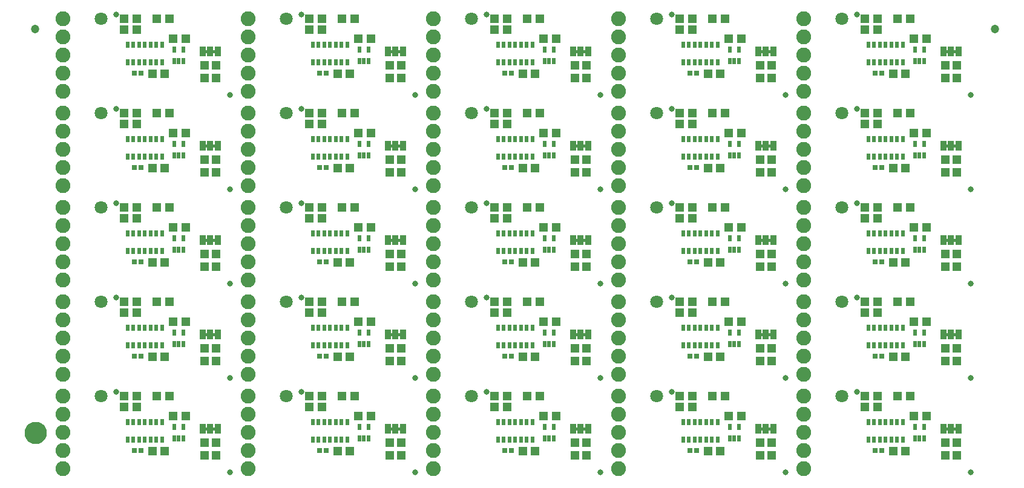
<source format=gbs>
G04 EAGLE Gerber RS-274X export*
G75*
%MOMM*%
%FSLAX34Y34*%
%LPD*%
%INSoldermask Bottom*%
%IPPOS*%
%AMOC8*
5,1,8,0,0,1.08239X$1,22.5*%
G01*
%ADD10R,0.603200X0.953200*%
%ADD11R,0.553200X0.953200*%
%ADD12R,1.303200X1.203200*%
%ADD13R,0.803200X0.803200*%
%ADD14C,2.082800*%
%ADD15R,1.203200X1.303200*%
%ADD16R,0.863600X1.473200*%
%ADD17C,1.803200*%
%ADD18C,0.838200*%
%ADD19C,1.203200*%
%ADD20C,1.270000*%
%ADD21C,1.703200*%

G36*
X474410Y595007D02*
X474410Y595007D01*
X474476Y595009D01*
X474519Y595027D01*
X474566Y595035D01*
X474623Y595069D01*
X474683Y595094D01*
X474718Y595125D01*
X474759Y595150D01*
X474801Y595201D01*
X474849Y595245D01*
X474871Y595287D01*
X474900Y595324D01*
X474921Y595386D01*
X474952Y595445D01*
X474960Y595499D01*
X474972Y595536D01*
X474971Y595576D01*
X474979Y595630D01*
X474979Y598170D01*
X474968Y598235D01*
X474966Y598301D01*
X474948Y598344D01*
X474940Y598391D01*
X474906Y598448D01*
X474881Y598508D01*
X474850Y598543D01*
X474825Y598584D01*
X474774Y598626D01*
X474730Y598674D01*
X474688Y598696D01*
X474651Y598725D01*
X474589Y598746D01*
X474530Y598777D01*
X474476Y598785D01*
X474439Y598797D01*
X474399Y598796D01*
X474345Y598804D01*
X470535Y598804D01*
X470470Y598793D01*
X470404Y598791D01*
X470361Y598773D01*
X470314Y598765D01*
X470257Y598731D01*
X470197Y598706D01*
X470162Y598675D01*
X470121Y598650D01*
X470080Y598599D01*
X470031Y598555D01*
X470009Y598513D01*
X469980Y598476D01*
X469959Y598414D01*
X469928Y598355D01*
X469920Y598301D01*
X469908Y598264D01*
X469908Y598261D01*
X469909Y598224D01*
X469901Y598170D01*
X469901Y595630D01*
X469912Y595565D01*
X469914Y595499D01*
X469932Y595456D01*
X469940Y595409D01*
X469974Y595352D01*
X469999Y595292D01*
X470030Y595257D01*
X470055Y595216D01*
X470106Y595175D01*
X470150Y595126D01*
X470192Y595104D01*
X470229Y595075D01*
X470291Y595054D01*
X470350Y595023D01*
X470404Y595015D01*
X470441Y595003D01*
X470481Y595004D01*
X470535Y594996D01*
X474345Y594996D01*
X474410Y595007D01*
G37*
G36*
X992570Y595007D02*
X992570Y595007D01*
X992636Y595009D01*
X992679Y595027D01*
X992726Y595035D01*
X992783Y595069D01*
X992843Y595094D01*
X992878Y595125D01*
X992919Y595150D01*
X992961Y595201D01*
X993009Y595245D01*
X993031Y595287D01*
X993060Y595324D01*
X993081Y595386D01*
X993112Y595445D01*
X993120Y595499D01*
X993132Y595536D01*
X993131Y595576D01*
X993139Y595630D01*
X993139Y598170D01*
X993128Y598235D01*
X993126Y598301D01*
X993108Y598344D01*
X993100Y598391D01*
X993066Y598448D01*
X993041Y598508D01*
X993010Y598543D01*
X992985Y598584D01*
X992934Y598626D01*
X992890Y598674D01*
X992848Y598696D01*
X992811Y598725D01*
X992749Y598746D01*
X992690Y598777D01*
X992636Y598785D01*
X992599Y598797D01*
X992559Y598796D01*
X992505Y598804D01*
X988695Y598804D01*
X988630Y598793D01*
X988564Y598791D01*
X988521Y598773D01*
X988474Y598765D01*
X988417Y598731D01*
X988357Y598706D01*
X988322Y598675D01*
X988281Y598650D01*
X988240Y598599D01*
X988191Y598555D01*
X988169Y598513D01*
X988140Y598476D01*
X988119Y598414D01*
X988088Y598355D01*
X988080Y598301D01*
X988068Y598264D01*
X988068Y598261D01*
X988069Y598224D01*
X988061Y598170D01*
X988061Y595630D01*
X988072Y595565D01*
X988074Y595499D01*
X988092Y595456D01*
X988100Y595409D01*
X988134Y595352D01*
X988159Y595292D01*
X988190Y595257D01*
X988215Y595216D01*
X988266Y595175D01*
X988310Y595126D01*
X988352Y595104D01*
X988389Y595075D01*
X988451Y595054D01*
X988510Y595023D01*
X988564Y595015D01*
X988601Y595003D01*
X988641Y595004D01*
X988695Y594996D01*
X992505Y594996D01*
X992570Y595007D01*
G37*
G36*
X743650Y595007D02*
X743650Y595007D01*
X743716Y595009D01*
X743759Y595027D01*
X743806Y595035D01*
X743863Y595069D01*
X743923Y595094D01*
X743958Y595125D01*
X743999Y595150D01*
X744041Y595201D01*
X744089Y595245D01*
X744111Y595287D01*
X744140Y595324D01*
X744161Y595386D01*
X744192Y595445D01*
X744200Y595499D01*
X744212Y595536D01*
X744211Y595576D01*
X744219Y595630D01*
X744219Y598170D01*
X744208Y598235D01*
X744206Y598301D01*
X744188Y598344D01*
X744180Y598391D01*
X744146Y598448D01*
X744121Y598508D01*
X744090Y598543D01*
X744065Y598584D01*
X744014Y598626D01*
X743970Y598674D01*
X743928Y598696D01*
X743891Y598725D01*
X743829Y598746D01*
X743770Y598777D01*
X743716Y598785D01*
X743679Y598797D01*
X743639Y598796D01*
X743585Y598804D01*
X739775Y598804D01*
X739710Y598793D01*
X739644Y598791D01*
X739601Y598773D01*
X739554Y598765D01*
X739497Y598731D01*
X739437Y598706D01*
X739402Y598675D01*
X739361Y598650D01*
X739320Y598599D01*
X739271Y598555D01*
X739249Y598513D01*
X739220Y598476D01*
X739199Y598414D01*
X739168Y598355D01*
X739160Y598301D01*
X739148Y598264D01*
X739148Y598261D01*
X739149Y598224D01*
X739141Y598170D01*
X739141Y595630D01*
X739152Y595565D01*
X739154Y595499D01*
X739172Y595456D01*
X739180Y595409D01*
X739214Y595352D01*
X739239Y595292D01*
X739270Y595257D01*
X739295Y595216D01*
X739346Y595175D01*
X739390Y595126D01*
X739432Y595104D01*
X739469Y595075D01*
X739531Y595054D01*
X739590Y595023D01*
X739644Y595015D01*
X739681Y595003D01*
X739721Y595004D01*
X739775Y594996D01*
X743585Y594996D01*
X743650Y595007D01*
G37*
G36*
X215330Y595007D02*
X215330Y595007D01*
X215396Y595009D01*
X215439Y595027D01*
X215486Y595035D01*
X215543Y595069D01*
X215603Y595094D01*
X215638Y595125D01*
X215679Y595150D01*
X215721Y595201D01*
X215769Y595245D01*
X215791Y595287D01*
X215820Y595324D01*
X215841Y595386D01*
X215872Y595445D01*
X215880Y595499D01*
X215892Y595536D01*
X215891Y595576D01*
X215899Y595630D01*
X215899Y598170D01*
X215888Y598235D01*
X215886Y598301D01*
X215868Y598344D01*
X215860Y598391D01*
X215826Y598448D01*
X215801Y598508D01*
X215770Y598543D01*
X215745Y598584D01*
X215694Y598626D01*
X215650Y598674D01*
X215608Y598696D01*
X215571Y598725D01*
X215509Y598746D01*
X215450Y598777D01*
X215396Y598785D01*
X215359Y598797D01*
X215319Y598796D01*
X215265Y598804D01*
X211455Y598804D01*
X211390Y598793D01*
X211324Y598791D01*
X211281Y598773D01*
X211234Y598765D01*
X211177Y598731D01*
X211117Y598706D01*
X211082Y598675D01*
X211041Y598650D01*
X211000Y598599D01*
X210951Y598555D01*
X210929Y598513D01*
X210900Y598476D01*
X210879Y598414D01*
X210848Y598355D01*
X210840Y598301D01*
X210828Y598264D01*
X210828Y598261D01*
X210829Y598224D01*
X210821Y598170D01*
X210821Y595630D01*
X210832Y595565D01*
X210834Y595499D01*
X210852Y595456D01*
X210860Y595409D01*
X210894Y595352D01*
X210919Y595292D01*
X210950Y595257D01*
X210975Y595216D01*
X211026Y595175D01*
X211070Y595126D01*
X211112Y595104D01*
X211149Y595075D01*
X211211Y595054D01*
X211270Y595023D01*
X211324Y595015D01*
X211361Y595003D01*
X211401Y595004D01*
X211455Y594996D01*
X215265Y594996D01*
X215330Y595007D01*
G37*
G36*
X1251650Y595007D02*
X1251650Y595007D01*
X1251716Y595009D01*
X1251759Y595027D01*
X1251806Y595035D01*
X1251863Y595069D01*
X1251923Y595094D01*
X1251958Y595125D01*
X1251999Y595150D01*
X1252041Y595201D01*
X1252089Y595245D01*
X1252111Y595287D01*
X1252140Y595324D01*
X1252161Y595386D01*
X1252192Y595445D01*
X1252200Y595499D01*
X1252212Y595536D01*
X1252211Y595576D01*
X1252219Y595630D01*
X1252219Y598170D01*
X1252208Y598235D01*
X1252206Y598301D01*
X1252188Y598344D01*
X1252180Y598391D01*
X1252146Y598448D01*
X1252121Y598508D01*
X1252090Y598543D01*
X1252065Y598584D01*
X1252014Y598626D01*
X1251970Y598674D01*
X1251928Y598696D01*
X1251891Y598725D01*
X1251829Y598746D01*
X1251770Y598777D01*
X1251716Y598785D01*
X1251679Y598797D01*
X1251639Y598796D01*
X1251585Y598804D01*
X1247775Y598804D01*
X1247710Y598793D01*
X1247644Y598791D01*
X1247601Y598773D01*
X1247554Y598765D01*
X1247497Y598731D01*
X1247437Y598706D01*
X1247402Y598675D01*
X1247361Y598650D01*
X1247320Y598599D01*
X1247271Y598555D01*
X1247249Y598513D01*
X1247220Y598476D01*
X1247199Y598414D01*
X1247168Y598355D01*
X1247160Y598301D01*
X1247148Y598264D01*
X1247148Y598261D01*
X1247149Y598224D01*
X1247141Y598170D01*
X1247141Y595630D01*
X1247152Y595565D01*
X1247154Y595499D01*
X1247172Y595456D01*
X1247180Y595409D01*
X1247214Y595352D01*
X1247239Y595292D01*
X1247270Y595257D01*
X1247295Y595216D01*
X1247346Y595175D01*
X1247390Y595126D01*
X1247432Y595104D01*
X1247469Y595075D01*
X1247531Y595054D01*
X1247590Y595023D01*
X1247644Y595015D01*
X1247681Y595003D01*
X1247721Y595004D01*
X1247775Y594996D01*
X1251585Y594996D01*
X1251650Y595007D01*
G37*
G36*
X1261810Y595007D02*
X1261810Y595007D01*
X1261876Y595009D01*
X1261919Y595027D01*
X1261966Y595035D01*
X1262023Y595069D01*
X1262083Y595094D01*
X1262118Y595125D01*
X1262159Y595150D01*
X1262201Y595201D01*
X1262249Y595245D01*
X1262271Y595287D01*
X1262300Y595324D01*
X1262321Y595386D01*
X1262352Y595445D01*
X1262360Y595499D01*
X1262372Y595536D01*
X1262371Y595576D01*
X1262379Y595630D01*
X1262379Y598170D01*
X1262368Y598235D01*
X1262366Y598301D01*
X1262348Y598344D01*
X1262340Y598391D01*
X1262306Y598448D01*
X1262281Y598508D01*
X1262250Y598543D01*
X1262225Y598584D01*
X1262174Y598626D01*
X1262130Y598674D01*
X1262088Y598696D01*
X1262051Y598725D01*
X1261989Y598746D01*
X1261930Y598777D01*
X1261876Y598785D01*
X1261839Y598797D01*
X1261799Y598796D01*
X1261745Y598804D01*
X1257935Y598804D01*
X1257870Y598793D01*
X1257804Y598791D01*
X1257761Y598773D01*
X1257714Y598765D01*
X1257657Y598731D01*
X1257597Y598706D01*
X1257562Y598675D01*
X1257521Y598650D01*
X1257480Y598599D01*
X1257431Y598555D01*
X1257409Y598513D01*
X1257380Y598476D01*
X1257359Y598414D01*
X1257328Y598355D01*
X1257320Y598301D01*
X1257308Y598264D01*
X1257308Y598261D01*
X1257309Y598224D01*
X1257301Y598170D01*
X1257301Y595630D01*
X1257312Y595565D01*
X1257314Y595499D01*
X1257332Y595456D01*
X1257340Y595409D01*
X1257374Y595352D01*
X1257399Y595292D01*
X1257430Y595257D01*
X1257455Y595216D01*
X1257506Y595175D01*
X1257550Y595126D01*
X1257592Y595104D01*
X1257629Y595075D01*
X1257691Y595054D01*
X1257750Y595023D01*
X1257804Y595015D01*
X1257841Y595003D01*
X1257881Y595004D01*
X1257935Y594996D01*
X1261745Y594996D01*
X1261810Y595007D01*
G37*
G36*
X733490Y595007D02*
X733490Y595007D01*
X733556Y595009D01*
X733599Y595027D01*
X733646Y595035D01*
X733703Y595069D01*
X733763Y595094D01*
X733798Y595125D01*
X733839Y595150D01*
X733881Y595201D01*
X733929Y595245D01*
X733951Y595287D01*
X733980Y595324D01*
X734001Y595386D01*
X734032Y595445D01*
X734040Y595499D01*
X734052Y595536D01*
X734051Y595576D01*
X734059Y595630D01*
X734059Y598170D01*
X734048Y598235D01*
X734046Y598301D01*
X734028Y598344D01*
X734020Y598391D01*
X733986Y598448D01*
X733961Y598508D01*
X733930Y598543D01*
X733905Y598584D01*
X733854Y598626D01*
X733810Y598674D01*
X733768Y598696D01*
X733731Y598725D01*
X733669Y598746D01*
X733610Y598777D01*
X733556Y598785D01*
X733519Y598797D01*
X733479Y598796D01*
X733425Y598804D01*
X729615Y598804D01*
X729550Y598793D01*
X729484Y598791D01*
X729441Y598773D01*
X729394Y598765D01*
X729337Y598731D01*
X729277Y598706D01*
X729242Y598675D01*
X729201Y598650D01*
X729160Y598599D01*
X729111Y598555D01*
X729089Y598513D01*
X729060Y598476D01*
X729039Y598414D01*
X729008Y598355D01*
X729000Y598301D01*
X728988Y598264D01*
X728988Y598261D01*
X728989Y598224D01*
X728981Y598170D01*
X728981Y595630D01*
X728992Y595565D01*
X728994Y595499D01*
X729012Y595456D01*
X729020Y595409D01*
X729054Y595352D01*
X729079Y595292D01*
X729110Y595257D01*
X729135Y595216D01*
X729186Y595175D01*
X729230Y595126D01*
X729272Y595104D01*
X729309Y595075D01*
X729371Y595054D01*
X729430Y595023D01*
X729484Y595015D01*
X729521Y595003D01*
X729561Y595004D01*
X729615Y594996D01*
X733425Y594996D01*
X733490Y595007D01*
G37*
G36*
X225490Y595007D02*
X225490Y595007D01*
X225556Y595009D01*
X225599Y595027D01*
X225646Y595035D01*
X225703Y595069D01*
X225763Y595094D01*
X225798Y595125D01*
X225839Y595150D01*
X225881Y595201D01*
X225929Y595245D01*
X225951Y595287D01*
X225980Y595324D01*
X226001Y595386D01*
X226032Y595445D01*
X226040Y595499D01*
X226052Y595536D01*
X226051Y595576D01*
X226059Y595630D01*
X226059Y598170D01*
X226048Y598235D01*
X226046Y598301D01*
X226028Y598344D01*
X226020Y598391D01*
X225986Y598448D01*
X225961Y598508D01*
X225930Y598543D01*
X225905Y598584D01*
X225854Y598626D01*
X225810Y598674D01*
X225768Y598696D01*
X225731Y598725D01*
X225669Y598746D01*
X225610Y598777D01*
X225556Y598785D01*
X225519Y598797D01*
X225479Y598796D01*
X225425Y598804D01*
X221615Y598804D01*
X221550Y598793D01*
X221484Y598791D01*
X221441Y598773D01*
X221394Y598765D01*
X221337Y598731D01*
X221277Y598706D01*
X221242Y598675D01*
X221201Y598650D01*
X221160Y598599D01*
X221111Y598555D01*
X221089Y598513D01*
X221060Y598476D01*
X221039Y598414D01*
X221008Y598355D01*
X221000Y598301D01*
X220988Y598264D01*
X220988Y598261D01*
X220989Y598224D01*
X220981Y598170D01*
X220981Y595630D01*
X220992Y595565D01*
X220994Y595499D01*
X221012Y595456D01*
X221020Y595409D01*
X221054Y595352D01*
X221079Y595292D01*
X221110Y595257D01*
X221135Y595216D01*
X221186Y595175D01*
X221230Y595126D01*
X221272Y595104D01*
X221309Y595075D01*
X221371Y595054D01*
X221430Y595023D01*
X221484Y595015D01*
X221521Y595003D01*
X221561Y595004D01*
X221615Y594996D01*
X225425Y594996D01*
X225490Y595007D01*
G37*
G36*
X484570Y595007D02*
X484570Y595007D01*
X484636Y595009D01*
X484679Y595027D01*
X484726Y595035D01*
X484783Y595069D01*
X484843Y595094D01*
X484878Y595125D01*
X484919Y595150D01*
X484961Y595201D01*
X485009Y595245D01*
X485031Y595287D01*
X485060Y595324D01*
X485081Y595386D01*
X485112Y595445D01*
X485120Y595499D01*
X485132Y595536D01*
X485131Y595576D01*
X485139Y595630D01*
X485139Y598170D01*
X485128Y598235D01*
X485126Y598301D01*
X485108Y598344D01*
X485100Y598391D01*
X485066Y598448D01*
X485041Y598508D01*
X485010Y598543D01*
X484985Y598584D01*
X484934Y598626D01*
X484890Y598674D01*
X484848Y598696D01*
X484811Y598725D01*
X484749Y598746D01*
X484690Y598777D01*
X484636Y598785D01*
X484599Y598797D01*
X484559Y598796D01*
X484505Y598804D01*
X480695Y598804D01*
X480630Y598793D01*
X480564Y598791D01*
X480521Y598773D01*
X480474Y598765D01*
X480417Y598731D01*
X480357Y598706D01*
X480322Y598675D01*
X480281Y598650D01*
X480240Y598599D01*
X480191Y598555D01*
X480169Y598513D01*
X480140Y598476D01*
X480119Y598414D01*
X480088Y598355D01*
X480080Y598301D01*
X480068Y598264D01*
X480068Y598261D01*
X480069Y598224D01*
X480061Y598170D01*
X480061Y595630D01*
X480072Y595565D01*
X480074Y595499D01*
X480092Y595456D01*
X480100Y595409D01*
X480134Y595352D01*
X480159Y595292D01*
X480190Y595257D01*
X480215Y595216D01*
X480266Y595175D01*
X480310Y595126D01*
X480352Y595104D01*
X480389Y595075D01*
X480451Y595054D01*
X480510Y595023D01*
X480564Y595015D01*
X480601Y595003D01*
X480641Y595004D01*
X480695Y594996D01*
X484505Y594996D01*
X484570Y595007D01*
G37*
G36*
X1002730Y595007D02*
X1002730Y595007D01*
X1002796Y595009D01*
X1002839Y595027D01*
X1002886Y595035D01*
X1002943Y595069D01*
X1003003Y595094D01*
X1003038Y595125D01*
X1003079Y595150D01*
X1003121Y595201D01*
X1003169Y595245D01*
X1003191Y595287D01*
X1003220Y595324D01*
X1003241Y595386D01*
X1003272Y595445D01*
X1003280Y595499D01*
X1003292Y595536D01*
X1003291Y595576D01*
X1003299Y595630D01*
X1003299Y598170D01*
X1003288Y598235D01*
X1003286Y598301D01*
X1003268Y598344D01*
X1003260Y598391D01*
X1003226Y598448D01*
X1003201Y598508D01*
X1003170Y598543D01*
X1003145Y598584D01*
X1003094Y598626D01*
X1003050Y598674D01*
X1003008Y598696D01*
X1002971Y598725D01*
X1002909Y598746D01*
X1002850Y598777D01*
X1002796Y598785D01*
X1002759Y598797D01*
X1002719Y598796D01*
X1002665Y598804D01*
X998855Y598804D01*
X998790Y598793D01*
X998724Y598791D01*
X998681Y598773D01*
X998634Y598765D01*
X998577Y598731D01*
X998517Y598706D01*
X998482Y598675D01*
X998441Y598650D01*
X998400Y598599D01*
X998351Y598555D01*
X998329Y598513D01*
X998300Y598476D01*
X998279Y598414D01*
X998248Y598355D01*
X998240Y598301D01*
X998228Y598264D01*
X998228Y598261D01*
X998229Y598224D01*
X998221Y598170D01*
X998221Y595630D01*
X998232Y595565D01*
X998234Y595499D01*
X998252Y595456D01*
X998260Y595409D01*
X998294Y595352D01*
X998319Y595292D01*
X998350Y595257D01*
X998375Y595216D01*
X998426Y595175D01*
X998470Y595126D01*
X998512Y595104D01*
X998549Y595075D01*
X998611Y595054D01*
X998670Y595023D01*
X998724Y595015D01*
X998761Y595003D01*
X998801Y595004D01*
X998855Y594996D01*
X1002665Y594996D01*
X1002730Y595007D01*
G37*
G36*
X215330Y462927D02*
X215330Y462927D01*
X215396Y462929D01*
X215439Y462947D01*
X215486Y462955D01*
X215543Y462989D01*
X215603Y463014D01*
X215638Y463045D01*
X215679Y463070D01*
X215721Y463121D01*
X215769Y463165D01*
X215791Y463207D01*
X215820Y463244D01*
X215841Y463306D01*
X215872Y463365D01*
X215880Y463419D01*
X215892Y463456D01*
X215891Y463496D01*
X215899Y463550D01*
X215899Y466090D01*
X215888Y466155D01*
X215886Y466221D01*
X215868Y466264D01*
X215860Y466311D01*
X215826Y466368D01*
X215801Y466428D01*
X215770Y466463D01*
X215745Y466504D01*
X215694Y466546D01*
X215650Y466594D01*
X215608Y466616D01*
X215571Y466645D01*
X215509Y466666D01*
X215450Y466697D01*
X215396Y466705D01*
X215359Y466717D01*
X215319Y466716D01*
X215265Y466724D01*
X211455Y466724D01*
X211390Y466713D01*
X211324Y466711D01*
X211281Y466693D01*
X211234Y466685D01*
X211177Y466651D01*
X211117Y466626D01*
X211082Y466595D01*
X211041Y466570D01*
X211000Y466519D01*
X210951Y466475D01*
X210929Y466433D01*
X210900Y466396D01*
X210879Y466334D01*
X210848Y466275D01*
X210840Y466221D01*
X210828Y466184D01*
X210828Y466181D01*
X210829Y466144D01*
X210821Y466090D01*
X210821Y463550D01*
X210832Y463485D01*
X210834Y463419D01*
X210852Y463376D01*
X210860Y463329D01*
X210894Y463272D01*
X210919Y463212D01*
X210950Y463177D01*
X210975Y463136D01*
X211026Y463095D01*
X211070Y463046D01*
X211112Y463024D01*
X211149Y462995D01*
X211211Y462974D01*
X211270Y462943D01*
X211324Y462935D01*
X211361Y462923D01*
X211401Y462924D01*
X211455Y462916D01*
X215265Y462916D01*
X215330Y462927D01*
G37*
G36*
X1261810Y462927D02*
X1261810Y462927D01*
X1261876Y462929D01*
X1261919Y462947D01*
X1261966Y462955D01*
X1262023Y462989D01*
X1262083Y463014D01*
X1262118Y463045D01*
X1262159Y463070D01*
X1262201Y463121D01*
X1262249Y463165D01*
X1262271Y463207D01*
X1262300Y463244D01*
X1262321Y463306D01*
X1262352Y463365D01*
X1262360Y463419D01*
X1262372Y463456D01*
X1262371Y463496D01*
X1262379Y463550D01*
X1262379Y466090D01*
X1262368Y466155D01*
X1262366Y466221D01*
X1262348Y466264D01*
X1262340Y466311D01*
X1262306Y466368D01*
X1262281Y466428D01*
X1262250Y466463D01*
X1262225Y466504D01*
X1262174Y466546D01*
X1262130Y466594D01*
X1262088Y466616D01*
X1262051Y466645D01*
X1261989Y466666D01*
X1261930Y466697D01*
X1261876Y466705D01*
X1261839Y466717D01*
X1261799Y466716D01*
X1261745Y466724D01*
X1257935Y466724D01*
X1257870Y466713D01*
X1257804Y466711D01*
X1257761Y466693D01*
X1257714Y466685D01*
X1257657Y466651D01*
X1257597Y466626D01*
X1257562Y466595D01*
X1257521Y466570D01*
X1257480Y466519D01*
X1257431Y466475D01*
X1257409Y466433D01*
X1257380Y466396D01*
X1257359Y466334D01*
X1257328Y466275D01*
X1257320Y466221D01*
X1257308Y466184D01*
X1257308Y466181D01*
X1257309Y466144D01*
X1257301Y466090D01*
X1257301Y463550D01*
X1257312Y463485D01*
X1257314Y463419D01*
X1257332Y463376D01*
X1257340Y463329D01*
X1257374Y463272D01*
X1257399Y463212D01*
X1257430Y463177D01*
X1257455Y463136D01*
X1257506Y463095D01*
X1257550Y463046D01*
X1257592Y463024D01*
X1257629Y462995D01*
X1257691Y462974D01*
X1257750Y462943D01*
X1257804Y462935D01*
X1257841Y462923D01*
X1257881Y462924D01*
X1257935Y462916D01*
X1261745Y462916D01*
X1261810Y462927D01*
G37*
G36*
X484570Y462927D02*
X484570Y462927D01*
X484636Y462929D01*
X484679Y462947D01*
X484726Y462955D01*
X484783Y462989D01*
X484843Y463014D01*
X484878Y463045D01*
X484919Y463070D01*
X484961Y463121D01*
X485009Y463165D01*
X485031Y463207D01*
X485060Y463244D01*
X485081Y463306D01*
X485112Y463365D01*
X485120Y463419D01*
X485132Y463456D01*
X485131Y463496D01*
X485139Y463550D01*
X485139Y466090D01*
X485128Y466155D01*
X485126Y466221D01*
X485108Y466264D01*
X485100Y466311D01*
X485066Y466368D01*
X485041Y466428D01*
X485010Y466463D01*
X484985Y466504D01*
X484934Y466546D01*
X484890Y466594D01*
X484848Y466616D01*
X484811Y466645D01*
X484749Y466666D01*
X484690Y466697D01*
X484636Y466705D01*
X484599Y466717D01*
X484559Y466716D01*
X484505Y466724D01*
X480695Y466724D01*
X480630Y466713D01*
X480564Y466711D01*
X480521Y466693D01*
X480474Y466685D01*
X480417Y466651D01*
X480357Y466626D01*
X480322Y466595D01*
X480281Y466570D01*
X480240Y466519D01*
X480191Y466475D01*
X480169Y466433D01*
X480140Y466396D01*
X480119Y466334D01*
X480088Y466275D01*
X480080Y466221D01*
X480068Y466184D01*
X480068Y466181D01*
X480069Y466144D01*
X480061Y466090D01*
X480061Y463550D01*
X480072Y463485D01*
X480074Y463419D01*
X480092Y463376D01*
X480100Y463329D01*
X480134Y463272D01*
X480159Y463212D01*
X480190Y463177D01*
X480215Y463136D01*
X480266Y463095D01*
X480310Y463046D01*
X480352Y463024D01*
X480389Y462995D01*
X480451Y462974D01*
X480510Y462943D01*
X480564Y462935D01*
X480601Y462923D01*
X480641Y462924D01*
X480695Y462916D01*
X484505Y462916D01*
X484570Y462927D01*
G37*
G36*
X733490Y462927D02*
X733490Y462927D01*
X733556Y462929D01*
X733599Y462947D01*
X733646Y462955D01*
X733703Y462989D01*
X733763Y463014D01*
X733798Y463045D01*
X733839Y463070D01*
X733881Y463121D01*
X733929Y463165D01*
X733951Y463207D01*
X733980Y463244D01*
X734001Y463306D01*
X734032Y463365D01*
X734040Y463419D01*
X734052Y463456D01*
X734051Y463496D01*
X734059Y463550D01*
X734059Y466090D01*
X734048Y466155D01*
X734046Y466221D01*
X734028Y466264D01*
X734020Y466311D01*
X733986Y466368D01*
X733961Y466428D01*
X733930Y466463D01*
X733905Y466504D01*
X733854Y466546D01*
X733810Y466594D01*
X733768Y466616D01*
X733731Y466645D01*
X733669Y466666D01*
X733610Y466697D01*
X733556Y466705D01*
X733519Y466717D01*
X733479Y466716D01*
X733425Y466724D01*
X729615Y466724D01*
X729550Y466713D01*
X729484Y466711D01*
X729441Y466693D01*
X729394Y466685D01*
X729337Y466651D01*
X729277Y466626D01*
X729242Y466595D01*
X729201Y466570D01*
X729160Y466519D01*
X729111Y466475D01*
X729089Y466433D01*
X729060Y466396D01*
X729039Y466334D01*
X729008Y466275D01*
X729000Y466221D01*
X728988Y466184D01*
X728988Y466181D01*
X728989Y466144D01*
X728981Y466090D01*
X728981Y463550D01*
X728992Y463485D01*
X728994Y463419D01*
X729012Y463376D01*
X729020Y463329D01*
X729054Y463272D01*
X729079Y463212D01*
X729110Y463177D01*
X729135Y463136D01*
X729186Y463095D01*
X729230Y463046D01*
X729272Y463024D01*
X729309Y462995D01*
X729371Y462974D01*
X729430Y462943D01*
X729484Y462935D01*
X729521Y462923D01*
X729561Y462924D01*
X729615Y462916D01*
X733425Y462916D01*
X733490Y462927D01*
G37*
G36*
X992570Y462927D02*
X992570Y462927D01*
X992636Y462929D01*
X992679Y462947D01*
X992726Y462955D01*
X992783Y462989D01*
X992843Y463014D01*
X992878Y463045D01*
X992919Y463070D01*
X992961Y463121D01*
X993009Y463165D01*
X993031Y463207D01*
X993060Y463244D01*
X993081Y463306D01*
X993112Y463365D01*
X993120Y463419D01*
X993132Y463456D01*
X993131Y463496D01*
X993139Y463550D01*
X993139Y466090D01*
X993128Y466155D01*
X993126Y466221D01*
X993108Y466264D01*
X993100Y466311D01*
X993066Y466368D01*
X993041Y466428D01*
X993010Y466463D01*
X992985Y466504D01*
X992934Y466546D01*
X992890Y466594D01*
X992848Y466616D01*
X992811Y466645D01*
X992749Y466666D01*
X992690Y466697D01*
X992636Y466705D01*
X992599Y466717D01*
X992559Y466716D01*
X992505Y466724D01*
X988695Y466724D01*
X988630Y466713D01*
X988564Y466711D01*
X988521Y466693D01*
X988474Y466685D01*
X988417Y466651D01*
X988357Y466626D01*
X988322Y466595D01*
X988281Y466570D01*
X988240Y466519D01*
X988191Y466475D01*
X988169Y466433D01*
X988140Y466396D01*
X988119Y466334D01*
X988088Y466275D01*
X988080Y466221D01*
X988068Y466184D01*
X988068Y466181D01*
X988069Y466144D01*
X988061Y466090D01*
X988061Y463550D01*
X988072Y463485D01*
X988074Y463419D01*
X988092Y463376D01*
X988100Y463329D01*
X988134Y463272D01*
X988159Y463212D01*
X988190Y463177D01*
X988215Y463136D01*
X988266Y463095D01*
X988310Y463046D01*
X988352Y463024D01*
X988389Y462995D01*
X988451Y462974D01*
X988510Y462943D01*
X988564Y462935D01*
X988601Y462923D01*
X988641Y462924D01*
X988695Y462916D01*
X992505Y462916D01*
X992570Y462927D01*
G37*
G36*
X225490Y462927D02*
X225490Y462927D01*
X225556Y462929D01*
X225599Y462947D01*
X225646Y462955D01*
X225703Y462989D01*
X225763Y463014D01*
X225798Y463045D01*
X225839Y463070D01*
X225881Y463121D01*
X225929Y463165D01*
X225951Y463207D01*
X225980Y463244D01*
X226001Y463306D01*
X226032Y463365D01*
X226040Y463419D01*
X226052Y463456D01*
X226051Y463496D01*
X226059Y463550D01*
X226059Y466090D01*
X226048Y466155D01*
X226046Y466221D01*
X226028Y466264D01*
X226020Y466311D01*
X225986Y466368D01*
X225961Y466428D01*
X225930Y466463D01*
X225905Y466504D01*
X225854Y466546D01*
X225810Y466594D01*
X225768Y466616D01*
X225731Y466645D01*
X225669Y466666D01*
X225610Y466697D01*
X225556Y466705D01*
X225519Y466717D01*
X225479Y466716D01*
X225425Y466724D01*
X221615Y466724D01*
X221550Y466713D01*
X221484Y466711D01*
X221441Y466693D01*
X221394Y466685D01*
X221337Y466651D01*
X221277Y466626D01*
X221242Y466595D01*
X221201Y466570D01*
X221160Y466519D01*
X221111Y466475D01*
X221089Y466433D01*
X221060Y466396D01*
X221039Y466334D01*
X221008Y466275D01*
X221000Y466221D01*
X220988Y466184D01*
X220988Y466181D01*
X220989Y466144D01*
X220981Y466090D01*
X220981Y463550D01*
X220992Y463485D01*
X220994Y463419D01*
X221012Y463376D01*
X221020Y463329D01*
X221054Y463272D01*
X221079Y463212D01*
X221110Y463177D01*
X221135Y463136D01*
X221186Y463095D01*
X221230Y463046D01*
X221272Y463024D01*
X221309Y462995D01*
X221371Y462974D01*
X221430Y462943D01*
X221484Y462935D01*
X221521Y462923D01*
X221561Y462924D01*
X221615Y462916D01*
X225425Y462916D01*
X225490Y462927D01*
G37*
G36*
X474410Y462927D02*
X474410Y462927D01*
X474476Y462929D01*
X474519Y462947D01*
X474566Y462955D01*
X474623Y462989D01*
X474683Y463014D01*
X474718Y463045D01*
X474759Y463070D01*
X474801Y463121D01*
X474849Y463165D01*
X474871Y463207D01*
X474900Y463244D01*
X474921Y463306D01*
X474952Y463365D01*
X474960Y463419D01*
X474972Y463456D01*
X474971Y463496D01*
X474979Y463550D01*
X474979Y466090D01*
X474968Y466155D01*
X474966Y466221D01*
X474948Y466264D01*
X474940Y466311D01*
X474906Y466368D01*
X474881Y466428D01*
X474850Y466463D01*
X474825Y466504D01*
X474774Y466546D01*
X474730Y466594D01*
X474688Y466616D01*
X474651Y466645D01*
X474589Y466666D01*
X474530Y466697D01*
X474476Y466705D01*
X474439Y466717D01*
X474399Y466716D01*
X474345Y466724D01*
X470535Y466724D01*
X470470Y466713D01*
X470404Y466711D01*
X470361Y466693D01*
X470314Y466685D01*
X470257Y466651D01*
X470197Y466626D01*
X470162Y466595D01*
X470121Y466570D01*
X470080Y466519D01*
X470031Y466475D01*
X470009Y466433D01*
X469980Y466396D01*
X469959Y466334D01*
X469928Y466275D01*
X469920Y466221D01*
X469908Y466184D01*
X469908Y466181D01*
X469909Y466144D01*
X469901Y466090D01*
X469901Y463550D01*
X469912Y463485D01*
X469914Y463419D01*
X469932Y463376D01*
X469940Y463329D01*
X469974Y463272D01*
X469999Y463212D01*
X470030Y463177D01*
X470055Y463136D01*
X470106Y463095D01*
X470150Y463046D01*
X470192Y463024D01*
X470229Y462995D01*
X470291Y462974D01*
X470350Y462943D01*
X470404Y462935D01*
X470441Y462923D01*
X470481Y462924D01*
X470535Y462916D01*
X474345Y462916D01*
X474410Y462927D01*
G37*
G36*
X743650Y462927D02*
X743650Y462927D01*
X743716Y462929D01*
X743759Y462947D01*
X743806Y462955D01*
X743863Y462989D01*
X743923Y463014D01*
X743958Y463045D01*
X743999Y463070D01*
X744041Y463121D01*
X744089Y463165D01*
X744111Y463207D01*
X744140Y463244D01*
X744161Y463306D01*
X744192Y463365D01*
X744200Y463419D01*
X744212Y463456D01*
X744211Y463496D01*
X744219Y463550D01*
X744219Y466090D01*
X744208Y466155D01*
X744206Y466221D01*
X744188Y466264D01*
X744180Y466311D01*
X744146Y466368D01*
X744121Y466428D01*
X744090Y466463D01*
X744065Y466504D01*
X744014Y466546D01*
X743970Y466594D01*
X743928Y466616D01*
X743891Y466645D01*
X743829Y466666D01*
X743770Y466697D01*
X743716Y466705D01*
X743679Y466717D01*
X743639Y466716D01*
X743585Y466724D01*
X739775Y466724D01*
X739710Y466713D01*
X739644Y466711D01*
X739601Y466693D01*
X739554Y466685D01*
X739497Y466651D01*
X739437Y466626D01*
X739402Y466595D01*
X739361Y466570D01*
X739320Y466519D01*
X739271Y466475D01*
X739249Y466433D01*
X739220Y466396D01*
X739199Y466334D01*
X739168Y466275D01*
X739160Y466221D01*
X739148Y466184D01*
X739148Y466181D01*
X739149Y466144D01*
X739141Y466090D01*
X739141Y463550D01*
X739152Y463485D01*
X739154Y463419D01*
X739172Y463376D01*
X739180Y463329D01*
X739214Y463272D01*
X739239Y463212D01*
X739270Y463177D01*
X739295Y463136D01*
X739346Y463095D01*
X739390Y463046D01*
X739432Y463024D01*
X739469Y462995D01*
X739531Y462974D01*
X739590Y462943D01*
X739644Y462935D01*
X739681Y462923D01*
X739721Y462924D01*
X739775Y462916D01*
X743585Y462916D01*
X743650Y462927D01*
G37*
G36*
X1251650Y462927D02*
X1251650Y462927D01*
X1251716Y462929D01*
X1251759Y462947D01*
X1251806Y462955D01*
X1251863Y462989D01*
X1251923Y463014D01*
X1251958Y463045D01*
X1251999Y463070D01*
X1252041Y463121D01*
X1252089Y463165D01*
X1252111Y463207D01*
X1252140Y463244D01*
X1252161Y463306D01*
X1252192Y463365D01*
X1252200Y463419D01*
X1252212Y463456D01*
X1252211Y463496D01*
X1252219Y463550D01*
X1252219Y466090D01*
X1252208Y466155D01*
X1252206Y466221D01*
X1252188Y466264D01*
X1252180Y466311D01*
X1252146Y466368D01*
X1252121Y466428D01*
X1252090Y466463D01*
X1252065Y466504D01*
X1252014Y466546D01*
X1251970Y466594D01*
X1251928Y466616D01*
X1251891Y466645D01*
X1251829Y466666D01*
X1251770Y466697D01*
X1251716Y466705D01*
X1251679Y466717D01*
X1251639Y466716D01*
X1251585Y466724D01*
X1247775Y466724D01*
X1247710Y466713D01*
X1247644Y466711D01*
X1247601Y466693D01*
X1247554Y466685D01*
X1247497Y466651D01*
X1247437Y466626D01*
X1247402Y466595D01*
X1247361Y466570D01*
X1247320Y466519D01*
X1247271Y466475D01*
X1247249Y466433D01*
X1247220Y466396D01*
X1247199Y466334D01*
X1247168Y466275D01*
X1247160Y466221D01*
X1247148Y466184D01*
X1247148Y466181D01*
X1247149Y466144D01*
X1247141Y466090D01*
X1247141Y463550D01*
X1247152Y463485D01*
X1247154Y463419D01*
X1247172Y463376D01*
X1247180Y463329D01*
X1247214Y463272D01*
X1247239Y463212D01*
X1247270Y463177D01*
X1247295Y463136D01*
X1247346Y463095D01*
X1247390Y463046D01*
X1247432Y463024D01*
X1247469Y462995D01*
X1247531Y462974D01*
X1247590Y462943D01*
X1247644Y462935D01*
X1247681Y462923D01*
X1247721Y462924D01*
X1247775Y462916D01*
X1251585Y462916D01*
X1251650Y462927D01*
G37*
G36*
X1002730Y462927D02*
X1002730Y462927D01*
X1002796Y462929D01*
X1002839Y462947D01*
X1002886Y462955D01*
X1002943Y462989D01*
X1003003Y463014D01*
X1003038Y463045D01*
X1003079Y463070D01*
X1003121Y463121D01*
X1003169Y463165D01*
X1003191Y463207D01*
X1003220Y463244D01*
X1003241Y463306D01*
X1003272Y463365D01*
X1003280Y463419D01*
X1003292Y463456D01*
X1003291Y463496D01*
X1003299Y463550D01*
X1003299Y466090D01*
X1003288Y466155D01*
X1003286Y466221D01*
X1003268Y466264D01*
X1003260Y466311D01*
X1003226Y466368D01*
X1003201Y466428D01*
X1003170Y466463D01*
X1003145Y466504D01*
X1003094Y466546D01*
X1003050Y466594D01*
X1003008Y466616D01*
X1002971Y466645D01*
X1002909Y466666D01*
X1002850Y466697D01*
X1002796Y466705D01*
X1002759Y466717D01*
X1002719Y466716D01*
X1002665Y466724D01*
X998855Y466724D01*
X998790Y466713D01*
X998724Y466711D01*
X998681Y466693D01*
X998634Y466685D01*
X998577Y466651D01*
X998517Y466626D01*
X998482Y466595D01*
X998441Y466570D01*
X998400Y466519D01*
X998351Y466475D01*
X998329Y466433D01*
X998300Y466396D01*
X998279Y466334D01*
X998248Y466275D01*
X998240Y466221D01*
X998228Y466184D01*
X998228Y466181D01*
X998229Y466144D01*
X998221Y466090D01*
X998221Y463550D01*
X998232Y463485D01*
X998234Y463419D01*
X998252Y463376D01*
X998260Y463329D01*
X998294Y463272D01*
X998319Y463212D01*
X998350Y463177D01*
X998375Y463136D01*
X998426Y463095D01*
X998470Y463046D01*
X998512Y463024D01*
X998549Y462995D01*
X998611Y462974D01*
X998670Y462943D01*
X998724Y462935D01*
X998761Y462923D01*
X998801Y462924D01*
X998855Y462916D01*
X1002665Y462916D01*
X1002730Y462927D01*
G37*
G36*
X1261810Y330847D02*
X1261810Y330847D01*
X1261876Y330849D01*
X1261919Y330867D01*
X1261966Y330875D01*
X1262023Y330909D01*
X1262083Y330934D01*
X1262118Y330965D01*
X1262159Y330990D01*
X1262201Y331041D01*
X1262249Y331085D01*
X1262271Y331127D01*
X1262300Y331164D01*
X1262321Y331226D01*
X1262352Y331285D01*
X1262360Y331339D01*
X1262372Y331376D01*
X1262371Y331416D01*
X1262379Y331470D01*
X1262379Y334010D01*
X1262368Y334075D01*
X1262366Y334141D01*
X1262348Y334184D01*
X1262340Y334231D01*
X1262306Y334288D01*
X1262281Y334348D01*
X1262250Y334383D01*
X1262225Y334424D01*
X1262174Y334466D01*
X1262130Y334514D01*
X1262088Y334536D01*
X1262051Y334565D01*
X1261989Y334586D01*
X1261930Y334617D01*
X1261876Y334625D01*
X1261839Y334637D01*
X1261799Y334636D01*
X1261745Y334644D01*
X1257935Y334644D01*
X1257870Y334633D01*
X1257804Y334631D01*
X1257761Y334613D01*
X1257714Y334605D01*
X1257657Y334571D01*
X1257597Y334546D01*
X1257562Y334515D01*
X1257521Y334490D01*
X1257480Y334439D01*
X1257431Y334395D01*
X1257409Y334353D01*
X1257380Y334316D01*
X1257359Y334254D01*
X1257328Y334195D01*
X1257320Y334141D01*
X1257308Y334104D01*
X1257308Y334101D01*
X1257309Y334064D01*
X1257301Y334010D01*
X1257301Y331470D01*
X1257312Y331405D01*
X1257314Y331339D01*
X1257332Y331296D01*
X1257340Y331249D01*
X1257374Y331192D01*
X1257399Y331132D01*
X1257430Y331097D01*
X1257455Y331056D01*
X1257506Y331015D01*
X1257550Y330966D01*
X1257592Y330944D01*
X1257629Y330915D01*
X1257691Y330894D01*
X1257750Y330863D01*
X1257804Y330855D01*
X1257841Y330843D01*
X1257881Y330844D01*
X1257935Y330836D01*
X1261745Y330836D01*
X1261810Y330847D01*
G37*
G36*
X215330Y330847D02*
X215330Y330847D01*
X215396Y330849D01*
X215439Y330867D01*
X215486Y330875D01*
X215543Y330909D01*
X215603Y330934D01*
X215638Y330965D01*
X215679Y330990D01*
X215721Y331041D01*
X215769Y331085D01*
X215791Y331127D01*
X215820Y331164D01*
X215841Y331226D01*
X215872Y331285D01*
X215880Y331339D01*
X215892Y331376D01*
X215891Y331416D01*
X215899Y331470D01*
X215899Y334010D01*
X215888Y334075D01*
X215886Y334141D01*
X215868Y334184D01*
X215860Y334231D01*
X215826Y334288D01*
X215801Y334348D01*
X215770Y334383D01*
X215745Y334424D01*
X215694Y334466D01*
X215650Y334514D01*
X215608Y334536D01*
X215571Y334565D01*
X215509Y334586D01*
X215450Y334617D01*
X215396Y334625D01*
X215359Y334637D01*
X215319Y334636D01*
X215265Y334644D01*
X211455Y334644D01*
X211390Y334633D01*
X211324Y334631D01*
X211281Y334613D01*
X211234Y334605D01*
X211177Y334571D01*
X211117Y334546D01*
X211082Y334515D01*
X211041Y334490D01*
X211000Y334439D01*
X210951Y334395D01*
X210929Y334353D01*
X210900Y334316D01*
X210879Y334254D01*
X210848Y334195D01*
X210840Y334141D01*
X210828Y334104D01*
X210828Y334101D01*
X210829Y334064D01*
X210821Y334010D01*
X210821Y331470D01*
X210832Y331405D01*
X210834Y331339D01*
X210852Y331296D01*
X210860Y331249D01*
X210894Y331192D01*
X210919Y331132D01*
X210950Y331097D01*
X210975Y331056D01*
X211026Y331015D01*
X211070Y330966D01*
X211112Y330944D01*
X211149Y330915D01*
X211211Y330894D01*
X211270Y330863D01*
X211324Y330855D01*
X211361Y330843D01*
X211401Y330844D01*
X211455Y330836D01*
X215265Y330836D01*
X215330Y330847D01*
G37*
G36*
X474410Y330847D02*
X474410Y330847D01*
X474476Y330849D01*
X474519Y330867D01*
X474566Y330875D01*
X474623Y330909D01*
X474683Y330934D01*
X474718Y330965D01*
X474759Y330990D01*
X474801Y331041D01*
X474849Y331085D01*
X474871Y331127D01*
X474900Y331164D01*
X474921Y331226D01*
X474952Y331285D01*
X474960Y331339D01*
X474972Y331376D01*
X474971Y331416D01*
X474979Y331470D01*
X474979Y334010D01*
X474968Y334075D01*
X474966Y334141D01*
X474948Y334184D01*
X474940Y334231D01*
X474906Y334288D01*
X474881Y334348D01*
X474850Y334383D01*
X474825Y334424D01*
X474774Y334466D01*
X474730Y334514D01*
X474688Y334536D01*
X474651Y334565D01*
X474589Y334586D01*
X474530Y334617D01*
X474476Y334625D01*
X474439Y334637D01*
X474399Y334636D01*
X474345Y334644D01*
X470535Y334644D01*
X470470Y334633D01*
X470404Y334631D01*
X470361Y334613D01*
X470314Y334605D01*
X470257Y334571D01*
X470197Y334546D01*
X470162Y334515D01*
X470121Y334490D01*
X470080Y334439D01*
X470031Y334395D01*
X470009Y334353D01*
X469980Y334316D01*
X469959Y334254D01*
X469928Y334195D01*
X469920Y334141D01*
X469908Y334104D01*
X469908Y334101D01*
X469909Y334064D01*
X469901Y334010D01*
X469901Y331470D01*
X469912Y331405D01*
X469914Y331339D01*
X469932Y331296D01*
X469940Y331249D01*
X469974Y331192D01*
X469999Y331132D01*
X470030Y331097D01*
X470055Y331056D01*
X470106Y331015D01*
X470150Y330966D01*
X470192Y330944D01*
X470229Y330915D01*
X470291Y330894D01*
X470350Y330863D01*
X470404Y330855D01*
X470441Y330843D01*
X470481Y330844D01*
X470535Y330836D01*
X474345Y330836D01*
X474410Y330847D01*
G37*
G36*
X992570Y330847D02*
X992570Y330847D01*
X992636Y330849D01*
X992679Y330867D01*
X992726Y330875D01*
X992783Y330909D01*
X992843Y330934D01*
X992878Y330965D01*
X992919Y330990D01*
X992961Y331041D01*
X993009Y331085D01*
X993031Y331127D01*
X993060Y331164D01*
X993081Y331226D01*
X993112Y331285D01*
X993120Y331339D01*
X993132Y331376D01*
X993131Y331416D01*
X993139Y331470D01*
X993139Y334010D01*
X993128Y334075D01*
X993126Y334141D01*
X993108Y334184D01*
X993100Y334231D01*
X993066Y334288D01*
X993041Y334348D01*
X993010Y334383D01*
X992985Y334424D01*
X992934Y334466D01*
X992890Y334514D01*
X992848Y334536D01*
X992811Y334565D01*
X992749Y334586D01*
X992690Y334617D01*
X992636Y334625D01*
X992599Y334637D01*
X992559Y334636D01*
X992505Y334644D01*
X988695Y334644D01*
X988630Y334633D01*
X988564Y334631D01*
X988521Y334613D01*
X988474Y334605D01*
X988417Y334571D01*
X988357Y334546D01*
X988322Y334515D01*
X988281Y334490D01*
X988240Y334439D01*
X988191Y334395D01*
X988169Y334353D01*
X988140Y334316D01*
X988119Y334254D01*
X988088Y334195D01*
X988080Y334141D01*
X988068Y334104D01*
X988068Y334101D01*
X988069Y334064D01*
X988061Y334010D01*
X988061Y331470D01*
X988072Y331405D01*
X988074Y331339D01*
X988092Y331296D01*
X988100Y331249D01*
X988134Y331192D01*
X988159Y331132D01*
X988190Y331097D01*
X988215Y331056D01*
X988266Y331015D01*
X988310Y330966D01*
X988352Y330944D01*
X988389Y330915D01*
X988451Y330894D01*
X988510Y330863D01*
X988564Y330855D01*
X988601Y330843D01*
X988641Y330844D01*
X988695Y330836D01*
X992505Y330836D01*
X992570Y330847D01*
G37*
G36*
X733490Y330847D02*
X733490Y330847D01*
X733556Y330849D01*
X733599Y330867D01*
X733646Y330875D01*
X733703Y330909D01*
X733763Y330934D01*
X733798Y330965D01*
X733839Y330990D01*
X733881Y331041D01*
X733929Y331085D01*
X733951Y331127D01*
X733980Y331164D01*
X734001Y331226D01*
X734032Y331285D01*
X734040Y331339D01*
X734052Y331376D01*
X734051Y331416D01*
X734059Y331470D01*
X734059Y334010D01*
X734048Y334075D01*
X734046Y334141D01*
X734028Y334184D01*
X734020Y334231D01*
X733986Y334288D01*
X733961Y334348D01*
X733930Y334383D01*
X733905Y334424D01*
X733854Y334466D01*
X733810Y334514D01*
X733768Y334536D01*
X733731Y334565D01*
X733669Y334586D01*
X733610Y334617D01*
X733556Y334625D01*
X733519Y334637D01*
X733479Y334636D01*
X733425Y334644D01*
X729615Y334644D01*
X729550Y334633D01*
X729484Y334631D01*
X729441Y334613D01*
X729394Y334605D01*
X729337Y334571D01*
X729277Y334546D01*
X729242Y334515D01*
X729201Y334490D01*
X729160Y334439D01*
X729111Y334395D01*
X729089Y334353D01*
X729060Y334316D01*
X729039Y334254D01*
X729008Y334195D01*
X729000Y334141D01*
X728988Y334104D01*
X728988Y334101D01*
X728989Y334064D01*
X728981Y334010D01*
X728981Y331470D01*
X728992Y331405D01*
X728994Y331339D01*
X729012Y331296D01*
X729020Y331249D01*
X729054Y331192D01*
X729079Y331132D01*
X729110Y331097D01*
X729135Y331056D01*
X729186Y331015D01*
X729230Y330966D01*
X729272Y330944D01*
X729309Y330915D01*
X729371Y330894D01*
X729430Y330863D01*
X729484Y330855D01*
X729521Y330843D01*
X729561Y330844D01*
X729615Y330836D01*
X733425Y330836D01*
X733490Y330847D01*
G37*
G36*
X1002730Y330847D02*
X1002730Y330847D01*
X1002796Y330849D01*
X1002839Y330867D01*
X1002886Y330875D01*
X1002943Y330909D01*
X1003003Y330934D01*
X1003038Y330965D01*
X1003079Y330990D01*
X1003121Y331041D01*
X1003169Y331085D01*
X1003191Y331127D01*
X1003220Y331164D01*
X1003241Y331226D01*
X1003272Y331285D01*
X1003280Y331339D01*
X1003292Y331376D01*
X1003291Y331416D01*
X1003299Y331470D01*
X1003299Y334010D01*
X1003288Y334075D01*
X1003286Y334141D01*
X1003268Y334184D01*
X1003260Y334231D01*
X1003226Y334288D01*
X1003201Y334348D01*
X1003170Y334383D01*
X1003145Y334424D01*
X1003094Y334466D01*
X1003050Y334514D01*
X1003008Y334536D01*
X1002971Y334565D01*
X1002909Y334586D01*
X1002850Y334617D01*
X1002796Y334625D01*
X1002759Y334637D01*
X1002719Y334636D01*
X1002665Y334644D01*
X998855Y334644D01*
X998790Y334633D01*
X998724Y334631D01*
X998681Y334613D01*
X998634Y334605D01*
X998577Y334571D01*
X998517Y334546D01*
X998482Y334515D01*
X998441Y334490D01*
X998400Y334439D01*
X998351Y334395D01*
X998329Y334353D01*
X998300Y334316D01*
X998279Y334254D01*
X998248Y334195D01*
X998240Y334141D01*
X998228Y334104D01*
X998228Y334101D01*
X998229Y334064D01*
X998221Y334010D01*
X998221Y331470D01*
X998232Y331405D01*
X998234Y331339D01*
X998252Y331296D01*
X998260Y331249D01*
X998294Y331192D01*
X998319Y331132D01*
X998350Y331097D01*
X998375Y331056D01*
X998426Y331015D01*
X998470Y330966D01*
X998512Y330944D01*
X998549Y330915D01*
X998611Y330894D01*
X998670Y330863D01*
X998724Y330855D01*
X998761Y330843D01*
X998801Y330844D01*
X998855Y330836D01*
X1002665Y330836D01*
X1002730Y330847D01*
G37*
G36*
X743650Y330847D02*
X743650Y330847D01*
X743716Y330849D01*
X743759Y330867D01*
X743806Y330875D01*
X743863Y330909D01*
X743923Y330934D01*
X743958Y330965D01*
X743999Y330990D01*
X744041Y331041D01*
X744089Y331085D01*
X744111Y331127D01*
X744140Y331164D01*
X744161Y331226D01*
X744192Y331285D01*
X744200Y331339D01*
X744212Y331376D01*
X744211Y331416D01*
X744219Y331470D01*
X744219Y334010D01*
X744208Y334075D01*
X744206Y334141D01*
X744188Y334184D01*
X744180Y334231D01*
X744146Y334288D01*
X744121Y334348D01*
X744090Y334383D01*
X744065Y334424D01*
X744014Y334466D01*
X743970Y334514D01*
X743928Y334536D01*
X743891Y334565D01*
X743829Y334586D01*
X743770Y334617D01*
X743716Y334625D01*
X743679Y334637D01*
X743639Y334636D01*
X743585Y334644D01*
X739775Y334644D01*
X739710Y334633D01*
X739644Y334631D01*
X739601Y334613D01*
X739554Y334605D01*
X739497Y334571D01*
X739437Y334546D01*
X739402Y334515D01*
X739361Y334490D01*
X739320Y334439D01*
X739271Y334395D01*
X739249Y334353D01*
X739220Y334316D01*
X739199Y334254D01*
X739168Y334195D01*
X739160Y334141D01*
X739148Y334104D01*
X739148Y334101D01*
X739149Y334064D01*
X739141Y334010D01*
X739141Y331470D01*
X739152Y331405D01*
X739154Y331339D01*
X739172Y331296D01*
X739180Y331249D01*
X739214Y331192D01*
X739239Y331132D01*
X739270Y331097D01*
X739295Y331056D01*
X739346Y331015D01*
X739390Y330966D01*
X739432Y330944D01*
X739469Y330915D01*
X739531Y330894D01*
X739590Y330863D01*
X739644Y330855D01*
X739681Y330843D01*
X739721Y330844D01*
X739775Y330836D01*
X743585Y330836D01*
X743650Y330847D01*
G37*
G36*
X1251650Y330847D02*
X1251650Y330847D01*
X1251716Y330849D01*
X1251759Y330867D01*
X1251806Y330875D01*
X1251863Y330909D01*
X1251923Y330934D01*
X1251958Y330965D01*
X1251999Y330990D01*
X1252041Y331041D01*
X1252089Y331085D01*
X1252111Y331127D01*
X1252140Y331164D01*
X1252161Y331226D01*
X1252192Y331285D01*
X1252200Y331339D01*
X1252212Y331376D01*
X1252211Y331416D01*
X1252219Y331470D01*
X1252219Y334010D01*
X1252208Y334075D01*
X1252206Y334141D01*
X1252188Y334184D01*
X1252180Y334231D01*
X1252146Y334288D01*
X1252121Y334348D01*
X1252090Y334383D01*
X1252065Y334424D01*
X1252014Y334466D01*
X1251970Y334514D01*
X1251928Y334536D01*
X1251891Y334565D01*
X1251829Y334586D01*
X1251770Y334617D01*
X1251716Y334625D01*
X1251679Y334637D01*
X1251639Y334636D01*
X1251585Y334644D01*
X1247775Y334644D01*
X1247710Y334633D01*
X1247644Y334631D01*
X1247601Y334613D01*
X1247554Y334605D01*
X1247497Y334571D01*
X1247437Y334546D01*
X1247402Y334515D01*
X1247361Y334490D01*
X1247320Y334439D01*
X1247271Y334395D01*
X1247249Y334353D01*
X1247220Y334316D01*
X1247199Y334254D01*
X1247168Y334195D01*
X1247160Y334141D01*
X1247148Y334104D01*
X1247148Y334101D01*
X1247149Y334064D01*
X1247141Y334010D01*
X1247141Y331470D01*
X1247152Y331405D01*
X1247154Y331339D01*
X1247172Y331296D01*
X1247180Y331249D01*
X1247214Y331192D01*
X1247239Y331132D01*
X1247270Y331097D01*
X1247295Y331056D01*
X1247346Y331015D01*
X1247390Y330966D01*
X1247432Y330944D01*
X1247469Y330915D01*
X1247531Y330894D01*
X1247590Y330863D01*
X1247644Y330855D01*
X1247681Y330843D01*
X1247721Y330844D01*
X1247775Y330836D01*
X1251585Y330836D01*
X1251650Y330847D01*
G37*
G36*
X225490Y330847D02*
X225490Y330847D01*
X225556Y330849D01*
X225599Y330867D01*
X225646Y330875D01*
X225703Y330909D01*
X225763Y330934D01*
X225798Y330965D01*
X225839Y330990D01*
X225881Y331041D01*
X225929Y331085D01*
X225951Y331127D01*
X225980Y331164D01*
X226001Y331226D01*
X226032Y331285D01*
X226040Y331339D01*
X226052Y331376D01*
X226051Y331416D01*
X226059Y331470D01*
X226059Y334010D01*
X226048Y334075D01*
X226046Y334141D01*
X226028Y334184D01*
X226020Y334231D01*
X225986Y334288D01*
X225961Y334348D01*
X225930Y334383D01*
X225905Y334424D01*
X225854Y334466D01*
X225810Y334514D01*
X225768Y334536D01*
X225731Y334565D01*
X225669Y334586D01*
X225610Y334617D01*
X225556Y334625D01*
X225519Y334637D01*
X225479Y334636D01*
X225425Y334644D01*
X221615Y334644D01*
X221550Y334633D01*
X221484Y334631D01*
X221441Y334613D01*
X221394Y334605D01*
X221337Y334571D01*
X221277Y334546D01*
X221242Y334515D01*
X221201Y334490D01*
X221160Y334439D01*
X221111Y334395D01*
X221089Y334353D01*
X221060Y334316D01*
X221039Y334254D01*
X221008Y334195D01*
X221000Y334141D01*
X220988Y334104D01*
X220988Y334101D01*
X220989Y334064D01*
X220981Y334010D01*
X220981Y331470D01*
X220992Y331405D01*
X220994Y331339D01*
X221012Y331296D01*
X221020Y331249D01*
X221054Y331192D01*
X221079Y331132D01*
X221110Y331097D01*
X221135Y331056D01*
X221186Y331015D01*
X221230Y330966D01*
X221272Y330944D01*
X221309Y330915D01*
X221371Y330894D01*
X221430Y330863D01*
X221484Y330855D01*
X221521Y330843D01*
X221561Y330844D01*
X221615Y330836D01*
X225425Y330836D01*
X225490Y330847D01*
G37*
G36*
X484570Y330847D02*
X484570Y330847D01*
X484636Y330849D01*
X484679Y330867D01*
X484726Y330875D01*
X484783Y330909D01*
X484843Y330934D01*
X484878Y330965D01*
X484919Y330990D01*
X484961Y331041D01*
X485009Y331085D01*
X485031Y331127D01*
X485060Y331164D01*
X485081Y331226D01*
X485112Y331285D01*
X485120Y331339D01*
X485132Y331376D01*
X485131Y331416D01*
X485139Y331470D01*
X485139Y334010D01*
X485128Y334075D01*
X485126Y334141D01*
X485108Y334184D01*
X485100Y334231D01*
X485066Y334288D01*
X485041Y334348D01*
X485010Y334383D01*
X484985Y334424D01*
X484934Y334466D01*
X484890Y334514D01*
X484848Y334536D01*
X484811Y334565D01*
X484749Y334586D01*
X484690Y334617D01*
X484636Y334625D01*
X484599Y334637D01*
X484559Y334636D01*
X484505Y334644D01*
X480695Y334644D01*
X480630Y334633D01*
X480564Y334631D01*
X480521Y334613D01*
X480474Y334605D01*
X480417Y334571D01*
X480357Y334546D01*
X480322Y334515D01*
X480281Y334490D01*
X480240Y334439D01*
X480191Y334395D01*
X480169Y334353D01*
X480140Y334316D01*
X480119Y334254D01*
X480088Y334195D01*
X480080Y334141D01*
X480068Y334104D01*
X480068Y334101D01*
X480069Y334064D01*
X480061Y334010D01*
X480061Y331470D01*
X480072Y331405D01*
X480074Y331339D01*
X480092Y331296D01*
X480100Y331249D01*
X480134Y331192D01*
X480159Y331132D01*
X480190Y331097D01*
X480215Y331056D01*
X480266Y331015D01*
X480310Y330966D01*
X480352Y330944D01*
X480389Y330915D01*
X480451Y330894D01*
X480510Y330863D01*
X480564Y330855D01*
X480601Y330843D01*
X480641Y330844D01*
X480695Y330836D01*
X484505Y330836D01*
X484570Y330847D01*
G37*
G36*
X1251650Y198767D02*
X1251650Y198767D01*
X1251716Y198769D01*
X1251759Y198787D01*
X1251806Y198795D01*
X1251863Y198829D01*
X1251923Y198854D01*
X1251958Y198885D01*
X1251999Y198910D01*
X1252041Y198961D01*
X1252089Y199005D01*
X1252111Y199047D01*
X1252140Y199084D01*
X1252161Y199146D01*
X1252192Y199205D01*
X1252200Y199259D01*
X1252212Y199296D01*
X1252211Y199336D01*
X1252219Y199390D01*
X1252219Y201930D01*
X1252208Y201995D01*
X1252206Y202061D01*
X1252188Y202104D01*
X1252180Y202151D01*
X1252146Y202208D01*
X1252121Y202268D01*
X1252090Y202303D01*
X1252065Y202344D01*
X1252014Y202386D01*
X1251970Y202434D01*
X1251928Y202456D01*
X1251891Y202485D01*
X1251829Y202506D01*
X1251770Y202537D01*
X1251716Y202545D01*
X1251679Y202557D01*
X1251639Y202556D01*
X1251585Y202564D01*
X1247775Y202564D01*
X1247710Y202553D01*
X1247644Y202551D01*
X1247601Y202533D01*
X1247554Y202525D01*
X1247497Y202491D01*
X1247437Y202466D01*
X1247402Y202435D01*
X1247361Y202410D01*
X1247320Y202359D01*
X1247271Y202315D01*
X1247249Y202273D01*
X1247220Y202236D01*
X1247199Y202174D01*
X1247168Y202115D01*
X1247160Y202061D01*
X1247148Y202024D01*
X1247148Y202021D01*
X1247149Y201984D01*
X1247141Y201930D01*
X1247141Y199390D01*
X1247152Y199325D01*
X1247154Y199259D01*
X1247172Y199216D01*
X1247180Y199169D01*
X1247214Y199112D01*
X1247239Y199052D01*
X1247270Y199017D01*
X1247295Y198976D01*
X1247346Y198935D01*
X1247390Y198886D01*
X1247432Y198864D01*
X1247469Y198835D01*
X1247531Y198814D01*
X1247590Y198783D01*
X1247644Y198775D01*
X1247681Y198763D01*
X1247721Y198764D01*
X1247775Y198756D01*
X1251585Y198756D01*
X1251650Y198767D01*
G37*
G36*
X1002730Y198767D02*
X1002730Y198767D01*
X1002796Y198769D01*
X1002839Y198787D01*
X1002886Y198795D01*
X1002943Y198829D01*
X1003003Y198854D01*
X1003038Y198885D01*
X1003079Y198910D01*
X1003121Y198961D01*
X1003169Y199005D01*
X1003191Y199047D01*
X1003220Y199084D01*
X1003241Y199146D01*
X1003272Y199205D01*
X1003280Y199259D01*
X1003292Y199296D01*
X1003291Y199336D01*
X1003299Y199390D01*
X1003299Y201930D01*
X1003288Y201995D01*
X1003286Y202061D01*
X1003268Y202104D01*
X1003260Y202151D01*
X1003226Y202208D01*
X1003201Y202268D01*
X1003170Y202303D01*
X1003145Y202344D01*
X1003094Y202386D01*
X1003050Y202434D01*
X1003008Y202456D01*
X1002971Y202485D01*
X1002909Y202506D01*
X1002850Y202537D01*
X1002796Y202545D01*
X1002759Y202557D01*
X1002719Y202556D01*
X1002665Y202564D01*
X998855Y202564D01*
X998790Y202553D01*
X998724Y202551D01*
X998681Y202533D01*
X998634Y202525D01*
X998577Y202491D01*
X998517Y202466D01*
X998482Y202435D01*
X998441Y202410D01*
X998400Y202359D01*
X998351Y202315D01*
X998329Y202273D01*
X998300Y202236D01*
X998279Y202174D01*
X998248Y202115D01*
X998240Y202061D01*
X998228Y202024D01*
X998228Y202021D01*
X998229Y201984D01*
X998221Y201930D01*
X998221Y199390D01*
X998232Y199325D01*
X998234Y199259D01*
X998252Y199216D01*
X998260Y199169D01*
X998294Y199112D01*
X998319Y199052D01*
X998350Y199017D01*
X998375Y198976D01*
X998426Y198935D01*
X998470Y198886D01*
X998512Y198864D01*
X998549Y198835D01*
X998611Y198814D01*
X998670Y198783D01*
X998724Y198775D01*
X998761Y198763D01*
X998801Y198764D01*
X998855Y198756D01*
X1002665Y198756D01*
X1002730Y198767D01*
G37*
G36*
X474410Y198767D02*
X474410Y198767D01*
X474476Y198769D01*
X474519Y198787D01*
X474566Y198795D01*
X474623Y198829D01*
X474683Y198854D01*
X474718Y198885D01*
X474759Y198910D01*
X474801Y198961D01*
X474849Y199005D01*
X474871Y199047D01*
X474900Y199084D01*
X474921Y199146D01*
X474952Y199205D01*
X474960Y199259D01*
X474972Y199296D01*
X474971Y199336D01*
X474979Y199390D01*
X474979Y201930D01*
X474968Y201995D01*
X474966Y202061D01*
X474948Y202104D01*
X474940Y202151D01*
X474906Y202208D01*
X474881Y202268D01*
X474850Y202303D01*
X474825Y202344D01*
X474774Y202386D01*
X474730Y202434D01*
X474688Y202456D01*
X474651Y202485D01*
X474589Y202506D01*
X474530Y202537D01*
X474476Y202545D01*
X474439Y202557D01*
X474399Y202556D01*
X474345Y202564D01*
X470535Y202564D01*
X470470Y202553D01*
X470404Y202551D01*
X470361Y202533D01*
X470314Y202525D01*
X470257Y202491D01*
X470197Y202466D01*
X470162Y202435D01*
X470121Y202410D01*
X470080Y202359D01*
X470031Y202315D01*
X470009Y202273D01*
X469980Y202236D01*
X469959Y202174D01*
X469928Y202115D01*
X469920Y202061D01*
X469908Y202024D01*
X469908Y202021D01*
X469909Y201984D01*
X469901Y201930D01*
X469901Y199390D01*
X469912Y199325D01*
X469914Y199259D01*
X469932Y199216D01*
X469940Y199169D01*
X469974Y199112D01*
X469999Y199052D01*
X470030Y199017D01*
X470055Y198976D01*
X470106Y198935D01*
X470150Y198886D01*
X470192Y198864D01*
X470229Y198835D01*
X470291Y198814D01*
X470350Y198783D01*
X470404Y198775D01*
X470441Y198763D01*
X470481Y198764D01*
X470535Y198756D01*
X474345Y198756D01*
X474410Y198767D01*
G37*
G36*
X484570Y198767D02*
X484570Y198767D01*
X484636Y198769D01*
X484679Y198787D01*
X484726Y198795D01*
X484783Y198829D01*
X484843Y198854D01*
X484878Y198885D01*
X484919Y198910D01*
X484961Y198961D01*
X485009Y199005D01*
X485031Y199047D01*
X485060Y199084D01*
X485081Y199146D01*
X485112Y199205D01*
X485120Y199259D01*
X485132Y199296D01*
X485131Y199336D01*
X485139Y199390D01*
X485139Y201930D01*
X485128Y201995D01*
X485126Y202061D01*
X485108Y202104D01*
X485100Y202151D01*
X485066Y202208D01*
X485041Y202268D01*
X485010Y202303D01*
X484985Y202344D01*
X484934Y202386D01*
X484890Y202434D01*
X484848Y202456D01*
X484811Y202485D01*
X484749Y202506D01*
X484690Y202537D01*
X484636Y202545D01*
X484599Y202557D01*
X484559Y202556D01*
X484505Y202564D01*
X480695Y202564D01*
X480630Y202553D01*
X480564Y202551D01*
X480521Y202533D01*
X480474Y202525D01*
X480417Y202491D01*
X480357Y202466D01*
X480322Y202435D01*
X480281Y202410D01*
X480240Y202359D01*
X480191Y202315D01*
X480169Y202273D01*
X480140Y202236D01*
X480119Y202174D01*
X480088Y202115D01*
X480080Y202061D01*
X480068Y202024D01*
X480068Y202021D01*
X480069Y201984D01*
X480061Y201930D01*
X480061Y199390D01*
X480072Y199325D01*
X480074Y199259D01*
X480092Y199216D01*
X480100Y199169D01*
X480134Y199112D01*
X480159Y199052D01*
X480190Y199017D01*
X480215Y198976D01*
X480266Y198935D01*
X480310Y198886D01*
X480352Y198864D01*
X480389Y198835D01*
X480451Y198814D01*
X480510Y198783D01*
X480564Y198775D01*
X480601Y198763D01*
X480641Y198764D01*
X480695Y198756D01*
X484505Y198756D01*
X484570Y198767D01*
G37*
G36*
X743650Y198767D02*
X743650Y198767D01*
X743716Y198769D01*
X743759Y198787D01*
X743806Y198795D01*
X743863Y198829D01*
X743923Y198854D01*
X743958Y198885D01*
X743999Y198910D01*
X744041Y198961D01*
X744089Y199005D01*
X744111Y199047D01*
X744140Y199084D01*
X744161Y199146D01*
X744192Y199205D01*
X744200Y199259D01*
X744212Y199296D01*
X744211Y199336D01*
X744219Y199390D01*
X744219Y201930D01*
X744208Y201995D01*
X744206Y202061D01*
X744188Y202104D01*
X744180Y202151D01*
X744146Y202208D01*
X744121Y202268D01*
X744090Y202303D01*
X744065Y202344D01*
X744014Y202386D01*
X743970Y202434D01*
X743928Y202456D01*
X743891Y202485D01*
X743829Y202506D01*
X743770Y202537D01*
X743716Y202545D01*
X743679Y202557D01*
X743639Y202556D01*
X743585Y202564D01*
X739775Y202564D01*
X739710Y202553D01*
X739644Y202551D01*
X739601Y202533D01*
X739554Y202525D01*
X739497Y202491D01*
X739437Y202466D01*
X739402Y202435D01*
X739361Y202410D01*
X739320Y202359D01*
X739271Y202315D01*
X739249Y202273D01*
X739220Y202236D01*
X739199Y202174D01*
X739168Y202115D01*
X739160Y202061D01*
X739148Y202024D01*
X739148Y202021D01*
X739149Y201984D01*
X739141Y201930D01*
X739141Y199390D01*
X739152Y199325D01*
X739154Y199259D01*
X739172Y199216D01*
X739180Y199169D01*
X739214Y199112D01*
X739239Y199052D01*
X739270Y199017D01*
X739295Y198976D01*
X739346Y198935D01*
X739390Y198886D01*
X739432Y198864D01*
X739469Y198835D01*
X739531Y198814D01*
X739590Y198783D01*
X739644Y198775D01*
X739681Y198763D01*
X739721Y198764D01*
X739775Y198756D01*
X743585Y198756D01*
X743650Y198767D01*
G37*
G36*
X992570Y198767D02*
X992570Y198767D01*
X992636Y198769D01*
X992679Y198787D01*
X992726Y198795D01*
X992783Y198829D01*
X992843Y198854D01*
X992878Y198885D01*
X992919Y198910D01*
X992961Y198961D01*
X993009Y199005D01*
X993031Y199047D01*
X993060Y199084D01*
X993081Y199146D01*
X993112Y199205D01*
X993120Y199259D01*
X993132Y199296D01*
X993131Y199336D01*
X993139Y199390D01*
X993139Y201930D01*
X993128Y201995D01*
X993126Y202061D01*
X993108Y202104D01*
X993100Y202151D01*
X993066Y202208D01*
X993041Y202268D01*
X993010Y202303D01*
X992985Y202344D01*
X992934Y202386D01*
X992890Y202434D01*
X992848Y202456D01*
X992811Y202485D01*
X992749Y202506D01*
X992690Y202537D01*
X992636Y202545D01*
X992599Y202557D01*
X992559Y202556D01*
X992505Y202564D01*
X988695Y202564D01*
X988630Y202553D01*
X988564Y202551D01*
X988521Y202533D01*
X988474Y202525D01*
X988417Y202491D01*
X988357Y202466D01*
X988322Y202435D01*
X988281Y202410D01*
X988240Y202359D01*
X988191Y202315D01*
X988169Y202273D01*
X988140Y202236D01*
X988119Y202174D01*
X988088Y202115D01*
X988080Y202061D01*
X988068Y202024D01*
X988068Y202021D01*
X988069Y201984D01*
X988061Y201930D01*
X988061Y199390D01*
X988072Y199325D01*
X988074Y199259D01*
X988092Y199216D01*
X988100Y199169D01*
X988134Y199112D01*
X988159Y199052D01*
X988190Y199017D01*
X988215Y198976D01*
X988266Y198935D01*
X988310Y198886D01*
X988352Y198864D01*
X988389Y198835D01*
X988451Y198814D01*
X988510Y198783D01*
X988564Y198775D01*
X988601Y198763D01*
X988641Y198764D01*
X988695Y198756D01*
X992505Y198756D01*
X992570Y198767D01*
G37*
G36*
X215330Y198767D02*
X215330Y198767D01*
X215396Y198769D01*
X215439Y198787D01*
X215486Y198795D01*
X215543Y198829D01*
X215603Y198854D01*
X215638Y198885D01*
X215679Y198910D01*
X215721Y198961D01*
X215769Y199005D01*
X215791Y199047D01*
X215820Y199084D01*
X215841Y199146D01*
X215872Y199205D01*
X215880Y199259D01*
X215892Y199296D01*
X215891Y199336D01*
X215899Y199390D01*
X215899Y201930D01*
X215888Y201995D01*
X215886Y202061D01*
X215868Y202104D01*
X215860Y202151D01*
X215826Y202208D01*
X215801Y202268D01*
X215770Y202303D01*
X215745Y202344D01*
X215694Y202386D01*
X215650Y202434D01*
X215608Y202456D01*
X215571Y202485D01*
X215509Y202506D01*
X215450Y202537D01*
X215396Y202545D01*
X215359Y202557D01*
X215319Y202556D01*
X215265Y202564D01*
X211455Y202564D01*
X211390Y202553D01*
X211324Y202551D01*
X211281Y202533D01*
X211234Y202525D01*
X211177Y202491D01*
X211117Y202466D01*
X211082Y202435D01*
X211041Y202410D01*
X211000Y202359D01*
X210951Y202315D01*
X210929Y202273D01*
X210900Y202236D01*
X210879Y202174D01*
X210848Y202115D01*
X210840Y202061D01*
X210828Y202024D01*
X210828Y202021D01*
X210829Y201984D01*
X210821Y201930D01*
X210821Y199390D01*
X210832Y199325D01*
X210834Y199259D01*
X210852Y199216D01*
X210860Y199169D01*
X210894Y199112D01*
X210919Y199052D01*
X210950Y199017D01*
X210975Y198976D01*
X211026Y198935D01*
X211070Y198886D01*
X211112Y198864D01*
X211149Y198835D01*
X211211Y198814D01*
X211270Y198783D01*
X211324Y198775D01*
X211361Y198763D01*
X211401Y198764D01*
X211455Y198756D01*
X215265Y198756D01*
X215330Y198767D01*
G37*
G36*
X733490Y198767D02*
X733490Y198767D01*
X733556Y198769D01*
X733599Y198787D01*
X733646Y198795D01*
X733703Y198829D01*
X733763Y198854D01*
X733798Y198885D01*
X733839Y198910D01*
X733881Y198961D01*
X733929Y199005D01*
X733951Y199047D01*
X733980Y199084D01*
X734001Y199146D01*
X734032Y199205D01*
X734040Y199259D01*
X734052Y199296D01*
X734051Y199336D01*
X734059Y199390D01*
X734059Y201930D01*
X734048Y201995D01*
X734046Y202061D01*
X734028Y202104D01*
X734020Y202151D01*
X733986Y202208D01*
X733961Y202268D01*
X733930Y202303D01*
X733905Y202344D01*
X733854Y202386D01*
X733810Y202434D01*
X733768Y202456D01*
X733731Y202485D01*
X733669Y202506D01*
X733610Y202537D01*
X733556Y202545D01*
X733519Y202557D01*
X733479Y202556D01*
X733425Y202564D01*
X729615Y202564D01*
X729550Y202553D01*
X729484Y202551D01*
X729441Y202533D01*
X729394Y202525D01*
X729337Y202491D01*
X729277Y202466D01*
X729242Y202435D01*
X729201Y202410D01*
X729160Y202359D01*
X729111Y202315D01*
X729089Y202273D01*
X729060Y202236D01*
X729039Y202174D01*
X729008Y202115D01*
X729000Y202061D01*
X728988Y202024D01*
X728988Y202021D01*
X728989Y201984D01*
X728981Y201930D01*
X728981Y199390D01*
X728992Y199325D01*
X728994Y199259D01*
X729012Y199216D01*
X729020Y199169D01*
X729054Y199112D01*
X729079Y199052D01*
X729110Y199017D01*
X729135Y198976D01*
X729186Y198935D01*
X729230Y198886D01*
X729272Y198864D01*
X729309Y198835D01*
X729371Y198814D01*
X729430Y198783D01*
X729484Y198775D01*
X729521Y198763D01*
X729561Y198764D01*
X729615Y198756D01*
X733425Y198756D01*
X733490Y198767D01*
G37*
G36*
X1261810Y198767D02*
X1261810Y198767D01*
X1261876Y198769D01*
X1261919Y198787D01*
X1261966Y198795D01*
X1262023Y198829D01*
X1262083Y198854D01*
X1262118Y198885D01*
X1262159Y198910D01*
X1262201Y198961D01*
X1262249Y199005D01*
X1262271Y199047D01*
X1262300Y199084D01*
X1262321Y199146D01*
X1262352Y199205D01*
X1262360Y199259D01*
X1262372Y199296D01*
X1262371Y199336D01*
X1262379Y199390D01*
X1262379Y201930D01*
X1262368Y201995D01*
X1262366Y202061D01*
X1262348Y202104D01*
X1262340Y202151D01*
X1262306Y202208D01*
X1262281Y202268D01*
X1262250Y202303D01*
X1262225Y202344D01*
X1262174Y202386D01*
X1262130Y202434D01*
X1262088Y202456D01*
X1262051Y202485D01*
X1261989Y202506D01*
X1261930Y202537D01*
X1261876Y202545D01*
X1261839Y202557D01*
X1261799Y202556D01*
X1261745Y202564D01*
X1257935Y202564D01*
X1257870Y202553D01*
X1257804Y202551D01*
X1257761Y202533D01*
X1257714Y202525D01*
X1257657Y202491D01*
X1257597Y202466D01*
X1257562Y202435D01*
X1257521Y202410D01*
X1257480Y202359D01*
X1257431Y202315D01*
X1257409Y202273D01*
X1257380Y202236D01*
X1257359Y202174D01*
X1257328Y202115D01*
X1257320Y202061D01*
X1257308Y202024D01*
X1257308Y202021D01*
X1257309Y201984D01*
X1257301Y201930D01*
X1257301Y199390D01*
X1257312Y199325D01*
X1257314Y199259D01*
X1257332Y199216D01*
X1257340Y199169D01*
X1257374Y199112D01*
X1257399Y199052D01*
X1257430Y199017D01*
X1257455Y198976D01*
X1257506Y198935D01*
X1257550Y198886D01*
X1257592Y198864D01*
X1257629Y198835D01*
X1257691Y198814D01*
X1257750Y198783D01*
X1257804Y198775D01*
X1257841Y198763D01*
X1257881Y198764D01*
X1257935Y198756D01*
X1261745Y198756D01*
X1261810Y198767D01*
G37*
G36*
X225490Y198767D02*
X225490Y198767D01*
X225556Y198769D01*
X225599Y198787D01*
X225646Y198795D01*
X225703Y198829D01*
X225763Y198854D01*
X225798Y198885D01*
X225839Y198910D01*
X225881Y198961D01*
X225929Y199005D01*
X225951Y199047D01*
X225980Y199084D01*
X226001Y199146D01*
X226032Y199205D01*
X226040Y199259D01*
X226052Y199296D01*
X226051Y199336D01*
X226059Y199390D01*
X226059Y201930D01*
X226048Y201995D01*
X226046Y202061D01*
X226028Y202104D01*
X226020Y202151D01*
X225986Y202208D01*
X225961Y202268D01*
X225930Y202303D01*
X225905Y202344D01*
X225854Y202386D01*
X225810Y202434D01*
X225768Y202456D01*
X225731Y202485D01*
X225669Y202506D01*
X225610Y202537D01*
X225556Y202545D01*
X225519Y202557D01*
X225479Y202556D01*
X225425Y202564D01*
X221615Y202564D01*
X221550Y202553D01*
X221484Y202551D01*
X221441Y202533D01*
X221394Y202525D01*
X221337Y202491D01*
X221277Y202466D01*
X221242Y202435D01*
X221201Y202410D01*
X221160Y202359D01*
X221111Y202315D01*
X221089Y202273D01*
X221060Y202236D01*
X221039Y202174D01*
X221008Y202115D01*
X221000Y202061D01*
X220988Y202024D01*
X220988Y202021D01*
X220989Y201984D01*
X220981Y201930D01*
X220981Y199390D01*
X220992Y199325D01*
X220994Y199259D01*
X221012Y199216D01*
X221020Y199169D01*
X221054Y199112D01*
X221079Y199052D01*
X221110Y199017D01*
X221135Y198976D01*
X221186Y198935D01*
X221230Y198886D01*
X221272Y198864D01*
X221309Y198835D01*
X221371Y198814D01*
X221430Y198783D01*
X221484Y198775D01*
X221521Y198763D01*
X221561Y198764D01*
X221615Y198756D01*
X225425Y198756D01*
X225490Y198767D01*
G37*
G36*
X1261810Y66687D02*
X1261810Y66687D01*
X1261876Y66689D01*
X1261919Y66707D01*
X1261966Y66715D01*
X1262023Y66749D01*
X1262083Y66774D01*
X1262118Y66805D01*
X1262159Y66830D01*
X1262201Y66881D01*
X1262249Y66925D01*
X1262271Y66967D01*
X1262300Y67004D01*
X1262321Y67066D01*
X1262352Y67125D01*
X1262360Y67179D01*
X1262372Y67216D01*
X1262371Y67256D01*
X1262379Y67310D01*
X1262379Y69850D01*
X1262368Y69915D01*
X1262366Y69981D01*
X1262348Y70024D01*
X1262340Y70071D01*
X1262306Y70128D01*
X1262281Y70188D01*
X1262250Y70223D01*
X1262225Y70264D01*
X1262174Y70306D01*
X1262130Y70354D01*
X1262088Y70376D01*
X1262051Y70405D01*
X1261989Y70426D01*
X1261930Y70457D01*
X1261876Y70465D01*
X1261839Y70477D01*
X1261799Y70476D01*
X1261745Y70484D01*
X1257935Y70484D01*
X1257870Y70473D01*
X1257804Y70471D01*
X1257761Y70453D01*
X1257714Y70445D01*
X1257657Y70411D01*
X1257597Y70386D01*
X1257562Y70355D01*
X1257521Y70330D01*
X1257480Y70279D01*
X1257431Y70235D01*
X1257409Y70193D01*
X1257380Y70156D01*
X1257359Y70094D01*
X1257328Y70035D01*
X1257320Y69981D01*
X1257308Y69944D01*
X1257308Y69941D01*
X1257309Y69904D01*
X1257301Y69850D01*
X1257301Y67310D01*
X1257312Y67245D01*
X1257314Y67179D01*
X1257332Y67136D01*
X1257340Y67089D01*
X1257374Y67032D01*
X1257399Y66972D01*
X1257430Y66937D01*
X1257455Y66896D01*
X1257506Y66855D01*
X1257550Y66806D01*
X1257592Y66784D01*
X1257629Y66755D01*
X1257691Y66734D01*
X1257750Y66703D01*
X1257804Y66695D01*
X1257841Y66683D01*
X1257881Y66684D01*
X1257935Y66676D01*
X1261745Y66676D01*
X1261810Y66687D01*
G37*
G36*
X992570Y66687D02*
X992570Y66687D01*
X992636Y66689D01*
X992679Y66707D01*
X992726Y66715D01*
X992783Y66749D01*
X992843Y66774D01*
X992878Y66805D01*
X992919Y66830D01*
X992961Y66881D01*
X993009Y66925D01*
X993031Y66967D01*
X993060Y67004D01*
X993081Y67066D01*
X993112Y67125D01*
X993120Y67179D01*
X993132Y67216D01*
X993131Y67256D01*
X993139Y67310D01*
X993139Y69850D01*
X993128Y69915D01*
X993126Y69981D01*
X993108Y70024D01*
X993100Y70071D01*
X993066Y70128D01*
X993041Y70188D01*
X993010Y70223D01*
X992985Y70264D01*
X992934Y70306D01*
X992890Y70354D01*
X992848Y70376D01*
X992811Y70405D01*
X992749Y70426D01*
X992690Y70457D01*
X992636Y70465D01*
X992599Y70477D01*
X992559Y70476D01*
X992505Y70484D01*
X988695Y70484D01*
X988630Y70473D01*
X988564Y70471D01*
X988521Y70453D01*
X988474Y70445D01*
X988417Y70411D01*
X988357Y70386D01*
X988322Y70355D01*
X988281Y70330D01*
X988240Y70279D01*
X988191Y70235D01*
X988169Y70193D01*
X988140Y70156D01*
X988119Y70094D01*
X988088Y70035D01*
X988080Y69981D01*
X988068Y69944D01*
X988068Y69941D01*
X988069Y69904D01*
X988061Y69850D01*
X988061Y67310D01*
X988072Y67245D01*
X988074Y67179D01*
X988092Y67136D01*
X988100Y67089D01*
X988134Y67032D01*
X988159Y66972D01*
X988190Y66937D01*
X988215Y66896D01*
X988266Y66855D01*
X988310Y66806D01*
X988352Y66784D01*
X988389Y66755D01*
X988451Y66734D01*
X988510Y66703D01*
X988564Y66695D01*
X988601Y66683D01*
X988641Y66684D01*
X988695Y66676D01*
X992505Y66676D01*
X992570Y66687D01*
G37*
G36*
X1251650Y66687D02*
X1251650Y66687D01*
X1251716Y66689D01*
X1251759Y66707D01*
X1251806Y66715D01*
X1251863Y66749D01*
X1251923Y66774D01*
X1251958Y66805D01*
X1251999Y66830D01*
X1252041Y66881D01*
X1252089Y66925D01*
X1252111Y66967D01*
X1252140Y67004D01*
X1252161Y67066D01*
X1252192Y67125D01*
X1252200Y67179D01*
X1252212Y67216D01*
X1252211Y67256D01*
X1252219Y67310D01*
X1252219Y69850D01*
X1252208Y69915D01*
X1252206Y69981D01*
X1252188Y70024D01*
X1252180Y70071D01*
X1252146Y70128D01*
X1252121Y70188D01*
X1252090Y70223D01*
X1252065Y70264D01*
X1252014Y70306D01*
X1251970Y70354D01*
X1251928Y70376D01*
X1251891Y70405D01*
X1251829Y70426D01*
X1251770Y70457D01*
X1251716Y70465D01*
X1251679Y70477D01*
X1251639Y70476D01*
X1251585Y70484D01*
X1247775Y70484D01*
X1247710Y70473D01*
X1247644Y70471D01*
X1247601Y70453D01*
X1247554Y70445D01*
X1247497Y70411D01*
X1247437Y70386D01*
X1247402Y70355D01*
X1247361Y70330D01*
X1247320Y70279D01*
X1247271Y70235D01*
X1247249Y70193D01*
X1247220Y70156D01*
X1247199Y70094D01*
X1247168Y70035D01*
X1247160Y69981D01*
X1247148Y69944D01*
X1247148Y69941D01*
X1247149Y69904D01*
X1247141Y69850D01*
X1247141Y67310D01*
X1247152Y67245D01*
X1247154Y67179D01*
X1247172Y67136D01*
X1247180Y67089D01*
X1247214Y67032D01*
X1247239Y66972D01*
X1247270Y66937D01*
X1247295Y66896D01*
X1247346Y66855D01*
X1247390Y66806D01*
X1247432Y66784D01*
X1247469Y66755D01*
X1247531Y66734D01*
X1247590Y66703D01*
X1247644Y66695D01*
X1247681Y66683D01*
X1247721Y66684D01*
X1247775Y66676D01*
X1251585Y66676D01*
X1251650Y66687D01*
G37*
G36*
X1002730Y66687D02*
X1002730Y66687D01*
X1002796Y66689D01*
X1002839Y66707D01*
X1002886Y66715D01*
X1002943Y66749D01*
X1003003Y66774D01*
X1003038Y66805D01*
X1003079Y66830D01*
X1003121Y66881D01*
X1003169Y66925D01*
X1003191Y66967D01*
X1003220Y67004D01*
X1003241Y67066D01*
X1003272Y67125D01*
X1003280Y67179D01*
X1003292Y67216D01*
X1003291Y67256D01*
X1003299Y67310D01*
X1003299Y69850D01*
X1003288Y69915D01*
X1003286Y69981D01*
X1003268Y70024D01*
X1003260Y70071D01*
X1003226Y70128D01*
X1003201Y70188D01*
X1003170Y70223D01*
X1003145Y70264D01*
X1003094Y70306D01*
X1003050Y70354D01*
X1003008Y70376D01*
X1002971Y70405D01*
X1002909Y70426D01*
X1002850Y70457D01*
X1002796Y70465D01*
X1002759Y70477D01*
X1002719Y70476D01*
X1002665Y70484D01*
X998855Y70484D01*
X998790Y70473D01*
X998724Y70471D01*
X998681Y70453D01*
X998634Y70445D01*
X998577Y70411D01*
X998517Y70386D01*
X998482Y70355D01*
X998441Y70330D01*
X998400Y70279D01*
X998351Y70235D01*
X998329Y70193D01*
X998300Y70156D01*
X998279Y70094D01*
X998248Y70035D01*
X998240Y69981D01*
X998228Y69944D01*
X998228Y69941D01*
X998229Y69904D01*
X998221Y69850D01*
X998221Y67310D01*
X998232Y67245D01*
X998234Y67179D01*
X998252Y67136D01*
X998260Y67089D01*
X998294Y67032D01*
X998319Y66972D01*
X998350Y66937D01*
X998375Y66896D01*
X998426Y66855D01*
X998470Y66806D01*
X998512Y66784D01*
X998549Y66755D01*
X998611Y66734D01*
X998670Y66703D01*
X998724Y66695D01*
X998761Y66683D01*
X998801Y66684D01*
X998855Y66676D01*
X1002665Y66676D01*
X1002730Y66687D01*
G37*
G36*
X743650Y66687D02*
X743650Y66687D01*
X743716Y66689D01*
X743759Y66707D01*
X743806Y66715D01*
X743863Y66749D01*
X743923Y66774D01*
X743958Y66805D01*
X743999Y66830D01*
X744041Y66881D01*
X744089Y66925D01*
X744111Y66967D01*
X744140Y67004D01*
X744161Y67066D01*
X744192Y67125D01*
X744200Y67179D01*
X744212Y67216D01*
X744211Y67256D01*
X744219Y67310D01*
X744219Y69850D01*
X744208Y69915D01*
X744206Y69981D01*
X744188Y70024D01*
X744180Y70071D01*
X744146Y70128D01*
X744121Y70188D01*
X744090Y70223D01*
X744065Y70264D01*
X744014Y70306D01*
X743970Y70354D01*
X743928Y70376D01*
X743891Y70405D01*
X743829Y70426D01*
X743770Y70457D01*
X743716Y70465D01*
X743679Y70477D01*
X743639Y70476D01*
X743585Y70484D01*
X739775Y70484D01*
X739710Y70473D01*
X739644Y70471D01*
X739601Y70453D01*
X739554Y70445D01*
X739497Y70411D01*
X739437Y70386D01*
X739402Y70355D01*
X739361Y70330D01*
X739320Y70279D01*
X739271Y70235D01*
X739249Y70193D01*
X739220Y70156D01*
X739199Y70094D01*
X739168Y70035D01*
X739160Y69981D01*
X739148Y69944D01*
X739148Y69941D01*
X739149Y69904D01*
X739141Y69850D01*
X739141Y67310D01*
X739152Y67245D01*
X739154Y67179D01*
X739172Y67136D01*
X739180Y67089D01*
X739214Y67032D01*
X739239Y66972D01*
X739270Y66937D01*
X739295Y66896D01*
X739346Y66855D01*
X739390Y66806D01*
X739432Y66784D01*
X739469Y66755D01*
X739531Y66734D01*
X739590Y66703D01*
X739644Y66695D01*
X739681Y66683D01*
X739721Y66684D01*
X739775Y66676D01*
X743585Y66676D01*
X743650Y66687D01*
G37*
G36*
X733490Y66687D02*
X733490Y66687D01*
X733556Y66689D01*
X733599Y66707D01*
X733646Y66715D01*
X733703Y66749D01*
X733763Y66774D01*
X733798Y66805D01*
X733839Y66830D01*
X733881Y66881D01*
X733929Y66925D01*
X733951Y66967D01*
X733980Y67004D01*
X734001Y67066D01*
X734032Y67125D01*
X734040Y67179D01*
X734052Y67216D01*
X734051Y67256D01*
X734059Y67310D01*
X734059Y69850D01*
X734048Y69915D01*
X734046Y69981D01*
X734028Y70024D01*
X734020Y70071D01*
X733986Y70128D01*
X733961Y70188D01*
X733930Y70223D01*
X733905Y70264D01*
X733854Y70306D01*
X733810Y70354D01*
X733768Y70376D01*
X733731Y70405D01*
X733669Y70426D01*
X733610Y70457D01*
X733556Y70465D01*
X733519Y70477D01*
X733479Y70476D01*
X733425Y70484D01*
X729615Y70484D01*
X729550Y70473D01*
X729484Y70471D01*
X729441Y70453D01*
X729394Y70445D01*
X729337Y70411D01*
X729277Y70386D01*
X729242Y70355D01*
X729201Y70330D01*
X729160Y70279D01*
X729111Y70235D01*
X729089Y70193D01*
X729060Y70156D01*
X729039Y70094D01*
X729008Y70035D01*
X729000Y69981D01*
X728988Y69944D01*
X728988Y69941D01*
X728989Y69904D01*
X728981Y69850D01*
X728981Y67310D01*
X728992Y67245D01*
X728994Y67179D01*
X729012Y67136D01*
X729020Y67089D01*
X729054Y67032D01*
X729079Y66972D01*
X729110Y66937D01*
X729135Y66896D01*
X729186Y66855D01*
X729230Y66806D01*
X729272Y66784D01*
X729309Y66755D01*
X729371Y66734D01*
X729430Y66703D01*
X729484Y66695D01*
X729521Y66683D01*
X729561Y66684D01*
X729615Y66676D01*
X733425Y66676D01*
X733490Y66687D01*
G37*
G36*
X484570Y66687D02*
X484570Y66687D01*
X484636Y66689D01*
X484679Y66707D01*
X484726Y66715D01*
X484783Y66749D01*
X484843Y66774D01*
X484878Y66805D01*
X484919Y66830D01*
X484961Y66881D01*
X485009Y66925D01*
X485031Y66967D01*
X485060Y67004D01*
X485081Y67066D01*
X485112Y67125D01*
X485120Y67179D01*
X485132Y67216D01*
X485131Y67256D01*
X485139Y67310D01*
X485139Y69850D01*
X485128Y69915D01*
X485126Y69981D01*
X485108Y70024D01*
X485100Y70071D01*
X485066Y70128D01*
X485041Y70188D01*
X485010Y70223D01*
X484985Y70264D01*
X484934Y70306D01*
X484890Y70354D01*
X484848Y70376D01*
X484811Y70405D01*
X484749Y70426D01*
X484690Y70457D01*
X484636Y70465D01*
X484599Y70477D01*
X484559Y70476D01*
X484505Y70484D01*
X480695Y70484D01*
X480630Y70473D01*
X480564Y70471D01*
X480521Y70453D01*
X480474Y70445D01*
X480417Y70411D01*
X480357Y70386D01*
X480322Y70355D01*
X480281Y70330D01*
X480240Y70279D01*
X480191Y70235D01*
X480169Y70193D01*
X480140Y70156D01*
X480119Y70094D01*
X480088Y70035D01*
X480080Y69981D01*
X480068Y69944D01*
X480068Y69941D01*
X480069Y69904D01*
X480061Y69850D01*
X480061Y67310D01*
X480072Y67245D01*
X480074Y67179D01*
X480092Y67136D01*
X480100Y67089D01*
X480134Y67032D01*
X480159Y66972D01*
X480190Y66937D01*
X480215Y66896D01*
X480266Y66855D01*
X480310Y66806D01*
X480352Y66784D01*
X480389Y66755D01*
X480451Y66734D01*
X480510Y66703D01*
X480564Y66695D01*
X480601Y66683D01*
X480641Y66684D01*
X480695Y66676D01*
X484505Y66676D01*
X484570Y66687D01*
G37*
G36*
X474410Y66687D02*
X474410Y66687D01*
X474476Y66689D01*
X474519Y66707D01*
X474566Y66715D01*
X474623Y66749D01*
X474683Y66774D01*
X474718Y66805D01*
X474759Y66830D01*
X474801Y66881D01*
X474849Y66925D01*
X474871Y66967D01*
X474900Y67004D01*
X474921Y67066D01*
X474952Y67125D01*
X474960Y67179D01*
X474972Y67216D01*
X474971Y67256D01*
X474979Y67310D01*
X474979Y69850D01*
X474968Y69915D01*
X474966Y69981D01*
X474948Y70024D01*
X474940Y70071D01*
X474906Y70128D01*
X474881Y70188D01*
X474850Y70223D01*
X474825Y70264D01*
X474774Y70306D01*
X474730Y70354D01*
X474688Y70376D01*
X474651Y70405D01*
X474589Y70426D01*
X474530Y70457D01*
X474476Y70465D01*
X474439Y70477D01*
X474399Y70476D01*
X474345Y70484D01*
X470535Y70484D01*
X470470Y70473D01*
X470404Y70471D01*
X470361Y70453D01*
X470314Y70445D01*
X470257Y70411D01*
X470197Y70386D01*
X470162Y70355D01*
X470121Y70330D01*
X470080Y70279D01*
X470031Y70235D01*
X470009Y70193D01*
X469980Y70156D01*
X469959Y70094D01*
X469928Y70035D01*
X469920Y69981D01*
X469908Y69944D01*
X469908Y69941D01*
X469909Y69904D01*
X469901Y69850D01*
X469901Y67310D01*
X469912Y67245D01*
X469914Y67179D01*
X469932Y67136D01*
X469940Y67089D01*
X469974Y67032D01*
X469999Y66972D01*
X470030Y66937D01*
X470055Y66896D01*
X470106Y66855D01*
X470150Y66806D01*
X470192Y66784D01*
X470229Y66755D01*
X470291Y66734D01*
X470350Y66703D01*
X470404Y66695D01*
X470441Y66683D01*
X470481Y66684D01*
X470535Y66676D01*
X474345Y66676D01*
X474410Y66687D01*
G37*
G36*
X225490Y66687D02*
X225490Y66687D01*
X225556Y66689D01*
X225599Y66707D01*
X225646Y66715D01*
X225703Y66749D01*
X225763Y66774D01*
X225798Y66805D01*
X225839Y66830D01*
X225881Y66881D01*
X225929Y66925D01*
X225951Y66967D01*
X225980Y67004D01*
X226001Y67066D01*
X226032Y67125D01*
X226040Y67179D01*
X226052Y67216D01*
X226051Y67256D01*
X226059Y67310D01*
X226059Y69850D01*
X226048Y69915D01*
X226046Y69981D01*
X226028Y70024D01*
X226020Y70071D01*
X225986Y70128D01*
X225961Y70188D01*
X225930Y70223D01*
X225905Y70264D01*
X225854Y70306D01*
X225810Y70354D01*
X225768Y70376D01*
X225731Y70405D01*
X225669Y70426D01*
X225610Y70457D01*
X225556Y70465D01*
X225519Y70477D01*
X225479Y70476D01*
X225425Y70484D01*
X221615Y70484D01*
X221550Y70473D01*
X221484Y70471D01*
X221441Y70453D01*
X221394Y70445D01*
X221337Y70411D01*
X221277Y70386D01*
X221242Y70355D01*
X221201Y70330D01*
X221160Y70279D01*
X221111Y70235D01*
X221089Y70193D01*
X221060Y70156D01*
X221039Y70094D01*
X221008Y70035D01*
X221000Y69981D01*
X220988Y69944D01*
X220988Y69941D01*
X220989Y69904D01*
X220981Y69850D01*
X220981Y67310D01*
X220992Y67245D01*
X220994Y67179D01*
X221012Y67136D01*
X221020Y67089D01*
X221054Y67032D01*
X221079Y66972D01*
X221110Y66937D01*
X221135Y66896D01*
X221186Y66855D01*
X221230Y66806D01*
X221272Y66784D01*
X221309Y66755D01*
X221371Y66734D01*
X221430Y66703D01*
X221484Y66695D01*
X221521Y66683D01*
X221561Y66684D01*
X221615Y66676D01*
X225425Y66676D01*
X225490Y66687D01*
G37*
G36*
X215330Y66687D02*
X215330Y66687D01*
X215396Y66689D01*
X215439Y66707D01*
X215486Y66715D01*
X215543Y66749D01*
X215603Y66774D01*
X215638Y66805D01*
X215679Y66830D01*
X215721Y66881D01*
X215769Y66925D01*
X215791Y66967D01*
X215820Y67004D01*
X215841Y67066D01*
X215872Y67125D01*
X215880Y67179D01*
X215892Y67216D01*
X215891Y67256D01*
X215899Y67310D01*
X215899Y69850D01*
X215888Y69915D01*
X215886Y69981D01*
X215868Y70024D01*
X215860Y70071D01*
X215826Y70128D01*
X215801Y70188D01*
X215770Y70223D01*
X215745Y70264D01*
X215694Y70306D01*
X215650Y70354D01*
X215608Y70376D01*
X215571Y70405D01*
X215509Y70426D01*
X215450Y70457D01*
X215396Y70465D01*
X215359Y70477D01*
X215319Y70476D01*
X215265Y70484D01*
X211455Y70484D01*
X211390Y70473D01*
X211324Y70471D01*
X211281Y70453D01*
X211234Y70445D01*
X211177Y70411D01*
X211117Y70386D01*
X211082Y70355D01*
X211041Y70330D01*
X211000Y70279D01*
X210951Y70235D01*
X210929Y70193D01*
X210900Y70156D01*
X210879Y70094D01*
X210848Y70035D01*
X210840Y69981D01*
X210828Y69944D01*
X210828Y69941D01*
X210829Y69904D01*
X210821Y69850D01*
X210821Y67310D01*
X210832Y67245D01*
X210834Y67179D01*
X210852Y67136D01*
X210860Y67089D01*
X210894Y67032D01*
X210919Y66972D01*
X210950Y66937D01*
X210975Y66896D01*
X211026Y66855D01*
X211070Y66806D01*
X211112Y66784D01*
X211149Y66755D01*
X211211Y66734D01*
X211270Y66703D01*
X211324Y66695D01*
X211361Y66683D01*
X211401Y66684D01*
X211455Y66676D01*
X215265Y66676D01*
X215330Y66687D01*
G37*
D10*
X180744Y55250D03*
X174244Y55250D03*
X167744Y55250D03*
X167744Y71750D03*
X180744Y71750D03*
D11*
X102912Y77965D03*
X110912Y77965D03*
X118912Y77965D03*
X126912Y77965D03*
X134912Y77965D03*
X142912Y77965D03*
X150912Y77965D03*
X150912Y53965D03*
X142912Y53965D03*
X134912Y53965D03*
X126912Y53965D03*
X118912Y53965D03*
X110912Y53965D03*
X102912Y53965D03*
D12*
X115180Y99060D03*
X98180Y99060D03*
X115180Y114300D03*
X98180Y114300D03*
X183760Y86360D03*
X166760Y86360D03*
X137728Y37617D03*
X154728Y37617D03*
D13*
X121840Y38100D03*
X111840Y38100D03*
D12*
X160900Y114300D03*
X143900Y114300D03*
D14*
X12700Y12700D03*
X12700Y38100D03*
X12700Y63500D03*
X12700Y88900D03*
X12700Y114300D03*
D15*
X210566Y32140D03*
X210566Y49140D03*
X226822Y32140D03*
X226822Y49140D03*
D16*
X228854Y68580D03*
X218440Y68580D03*
X208026Y68580D03*
D17*
X66040Y114300D03*
D18*
X86919Y120828D03*
X246380Y7620D03*
D10*
X439824Y55250D03*
X433324Y55250D03*
X426824Y55250D03*
X426824Y71750D03*
X439824Y71750D03*
D11*
X361992Y77965D03*
X369992Y77965D03*
X377992Y77965D03*
X385992Y77965D03*
X393992Y77965D03*
X401992Y77965D03*
X409992Y77965D03*
X409992Y53965D03*
X401992Y53965D03*
X393992Y53965D03*
X385992Y53965D03*
X377992Y53965D03*
X369992Y53965D03*
X361992Y53965D03*
D12*
X374260Y99060D03*
X357260Y99060D03*
X374260Y114300D03*
X357260Y114300D03*
X442840Y86360D03*
X425840Y86360D03*
X396808Y37617D03*
X413808Y37617D03*
D13*
X380920Y38100D03*
X370920Y38100D03*
D12*
X419980Y114300D03*
X402980Y114300D03*
D14*
X271780Y12700D03*
X271780Y38100D03*
X271780Y63500D03*
X271780Y88900D03*
X271780Y114300D03*
D15*
X469646Y32140D03*
X469646Y49140D03*
X485902Y32140D03*
X485902Y49140D03*
D16*
X487934Y68580D03*
X477520Y68580D03*
X467106Y68580D03*
D17*
X325120Y114300D03*
D18*
X345999Y120828D03*
X505460Y7620D03*
D10*
X698904Y55250D03*
X692404Y55250D03*
X685904Y55250D03*
X685904Y71750D03*
X698904Y71750D03*
D11*
X621072Y77965D03*
X629072Y77965D03*
X637072Y77965D03*
X645072Y77965D03*
X653072Y77965D03*
X661072Y77965D03*
X669072Y77965D03*
X669072Y53965D03*
X661072Y53965D03*
X653072Y53965D03*
X645072Y53965D03*
X637072Y53965D03*
X629072Y53965D03*
X621072Y53965D03*
D12*
X633340Y99060D03*
X616340Y99060D03*
X633340Y114300D03*
X616340Y114300D03*
X701920Y86360D03*
X684920Y86360D03*
X655888Y37617D03*
X672888Y37617D03*
D13*
X640000Y38100D03*
X630000Y38100D03*
D12*
X679060Y114300D03*
X662060Y114300D03*
D14*
X530860Y12700D03*
X530860Y38100D03*
X530860Y63500D03*
X530860Y88900D03*
X530860Y114300D03*
D15*
X728726Y32140D03*
X728726Y49140D03*
X744982Y32140D03*
X744982Y49140D03*
D16*
X747014Y68580D03*
X736600Y68580D03*
X726186Y68580D03*
D17*
X584200Y114300D03*
D18*
X605079Y120828D03*
X764540Y7620D03*
D10*
X957984Y55250D03*
X951484Y55250D03*
X944984Y55250D03*
X944984Y71750D03*
X957984Y71750D03*
D11*
X880152Y77965D03*
X888152Y77965D03*
X896152Y77965D03*
X904152Y77965D03*
X912152Y77965D03*
X920152Y77965D03*
X928152Y77965D03*
X928152Y53965D03*
X920152Y53965D03*
X912152Y53965D03*
X904152Y53965D03*
X896152Y53965D03*
X888152Y53965D03*
X880152Y53965D03*
D12*
X892420Y99060D03*
X875420Y99060D03*
X892420Y114300D03*
X875420Y114300D03*
X961000Y86360D03*
X944000Y86360D03*
X914968Y37617D03*
X931968Y37617D03*
D13*
X899080Y38100D03*
X889080Y38100D03*
D12*
X938140Y114300D03*
X921140Y114300D03*
D14*
X789940Y12700D03*
X789940Y38100D03*
X789940Y63500D03*
X789940Y88900D03*
X789940Y114300D03*
D15*
X987806Y32140D03*
X987806Y49140D03*
X1004062Y32140D03*
X1004062Y49140D03*
D16*
X1006094Y68580D03*
X995680Y68580D03*
X985266Y68580D03*
D17*
X843280Y114300D03*
D18*
X864159Y120828D03*
X1023620Y7620D03*
D10*
X1217064Y55250D03*
X1210564Y55250D03*
X1204064Y55250D03*
X1204064Y71750D03*
X1217064Y71750D03*
D11*
X1139232Y77965D03*
X1147232Y77965D03*
X1155232Y77965D03*
X1163232Y77965D03*
X1171232Y77965D03*
X1179232Y77965D03*
X1187232Y77965D03*
X1187232Y53965D03*
X1179232Y53965D03*
X1171232Y53965D03*
X1163232Y53965D03*
X1155232Y53965D03*
X1147232Y53965D03*
X1139232Y53965D03*
D12*
X1151500Y99060D03*
X1134500Y99060D03*
X1151500Y114300D03*
X1134500Y114300D03*
X1220080Y86360D03*
X1203080Y86360D03*
X1174048Y37617D03*
X1191048Y37617D03*
D13*
X1158160Y38100D03*
X1148160Y38100D03*
D12*
X1197220Y114300D03*
X1180220Y114300D03*
D14*
X1049020Y12700D03*
X1049020Y38100D03*
X1049020Y63500D03*
X1049020Y88900D03*
X1049020Y114300D03*
D15*
X1246886Y32140D03*
X1246886Y49140D03*
X1263142Y32140D03*
X1263142Y49140D03*
D16*
X1265174Y68580D03*
X1254760Y68580D03*
X1244346Y68580D03*
D17*
X1102360Y114300D03*
D18*
X1123239Y120828D03*
X1282700Y7620D03*
D10*
X180744Y187330D03*
X174244Y187330D03*
X167744Y187330D03*
X167744Y203830D03*
X180744Y203830D03*
D11*
X102912Y210045D03*
X110912Y210045D03*
X118912Y210045D03*
X126912Y210045D03*
X134912Y210045D03*
X142912Y210045D03*
X150912Y210045D03*
X150912Y186045D03*
X142912Y186045D03*
X134912Y186045D03*
X126912Y186045D03*
X118912Y186045D03*
X110912Y186045D03*
X102912Y186045D03*
D12*
X115180Y231140D03*
X98180Y231140D03*
X115180Y246380D03*
X98180Y246380D03*
X183760Y218440D03*
X166760Y218440D03*
X137728Y169697D03*
X154728Y169697D03*
D13*
X121840Y170180D03*
X111840Y170180D03*
D12*
X160900Y246380D03*
X143900Y246380D03*
D14*
X12700Y144780D03*
X12700Y170180D03*
X12700Y195580D03*
X12700Y220980D03*
X12700Y246380D03*
D15*
X210566Y164220D03*
X210566Y181220D03*
X226822Y164220D03*
X226822Y181220D03*
D16*
X228854Y200660D03*
X218440Y200660D03*
X208026Y200660D03*
D17*
X66040Y246380D03*
D18*
X86919Y252908D03*
X246380Y139700D03*
D10*
X439824Y187330D03*
X433324Y187330D03*
X426824Y187330D03*
X426824Y203830D03*
X439824Y203830D03*
D11*
X361992Y210045D03*
X369992Y210045D03*
X377992Y210045D03*
X385992Y210045D03*
X393992Y210045D03*
X401992Y210045D03*
X409992Y210045D03*
X409992Y186045D03*
X401992Y186045D03*
X393992Y186045D03*
X385992Y186045D03*
X377992Y186045D03*
X369992Y186045D03*
X361992Y186045D03*
D12*
X374260Y231140D03*
X357260Y231140D03*
X374260Y246380D03*
X357260Y246380D03*
X442840Y218440D03*
X425840Y218440D03*
X396808Y169697D03*
X413808Y169697D03*
D13*
X380920Y170180D03*
X370920Y170180D03*
D12*
X419980Y246380D03*
X402980Y246380D03*
D14*
X271780Y144780D03*
X271780Y170180D03*
X271780Y195580D03*
X271780Y220980D03*
X271780Y246380D03*
D15*
X469646Y164220D03*
X469646Y181220D03*
X485902Y164220D03*
X485902Y181220D03*
D16*
X487934Y200660D03*
X477520Y200660D03*
X467106Y200660D03*
D17*
X325120Y246380D03*
D18*
X345999Y252908D03*
X505460Y139700D03*
D10*
X698904Y187330D03*
X692404Y187330D03*
X685904Y187330D03*
X685904Y203830D03*
X698904Y203830D03*
D11*
X621072Y210045D03*
X629072Y210045D03*
X637072Y210045D03*
X645072Y210045D03*
X653072Y210045D03*
X661072Y210045D03*
X669072Y210045D03*
X669072Y186045D03*
X661072Y186045D03*
X653072Y186045D03*
X645072Y186045D03*
X637072Y186045D03*
X629072Y186045D03*
X621072Y186045D03*
D12*
X633340Y231140D03*
X616340Y231140D03*
X633340Y246380D03*
X616340Y246380D03*
X701920Y218440D03*
X684920Y218440D03*
X655888Y169697D03*
X672888Y169697D03*
D13*
X640000Y170180D03*
X630000Y170180D03*
D12*
X679060Y246380D03*
X662060Y246380D03*
D14*
X530860Y144780D03*
X530860Y170180D03*
X530860Y195580D03*
X530860Y220980D03*
X530860Y246380D03*
D15*
X728726Y164220D03*
X728726Y181220D03*
X744982Y164220D03*
X744982Y181220D03*
D16*
X747014Y200660D03*
X736600Y200660D03*
X726186Y200660D03*
D17*
X584200Y246380D03*
D18*
X605079Y252908D03*
X764540Y139700D03*
D10*
X957984Y187330D03*
X951484Y187330D03*
X944984Y187330D03*
X944984Y203830D03*
X957984Y203830D03*
D11*
X880152Y210045D03*
X888152Y210045D03*
X896152Y210045D03*
X904152Y210045D03*
X912152Y210045D03*
X920152Y210045D03*
X928152Y210045D03*
X928152Y186045D03*
X920152Y186045D03*
X912152Y186045D03*
X904152Y186045D03*
X896152Y186045D03*
X888152Y186045D03*
X880152Y186045D03*
D12*
X892420Y231140D03*
X875420Y231140D03*
X892420Y246380D03*
X875420Y246380D03*
X961000Y218440D03*
X944000Y218440D03*
X914968Y169697D03*
X931968Y169697D03*
D13*
X899080Y170180D03*
X889080Y170180D03*
D12*
X938140Y246380D03*
X921140Y246380D03*
D14*
X789940Y144780D03*
X789940Y170180D03*
X789940Y195580D03*
X789940Y220980D03*
X789940Y246380D03*
D15*
X987806Y164220D03*
X987806Y181220D03*
X1004062Y164220D03*
X1004062Y181220D03*
D16*
X1006094Y200660D03*
X995680Y200660D03*
X985266Y200660D03*
D17*
X843280Y246380D03*
D18*
X864159Y252908D03*
X1023620Y139700D03*
D10*
X1217064Y187330D03*
X1210564Y187330D03*
X1204064Y187330D03*
X1204064Y203830D03*
X1217064Y203830D03*
D11*
X1139232Y210045D03*
X1147232Y210045D03*
X1155232Y210045D03*
X1163232Y210045D03*
X1171232Y210045D03*
X1179232Y210045D03*
X1187232Y210045D03*
X1187232Y186045D03*
X1179232Y186045D03*
X1171232Y186045D03*
X1163232Y186045D03*
X1155232Y186045D03*
X1147232Y186045D03*
X1139232Y186045D03*
D12*
X1151500Y231140D03*
X1134500Y231140D03*
X1151500Y246380D03*
X1134500Y246380D03*
X1220080Y218440D03*
X1203080Y218440D03*
X1174048Y169697D03*
X1191048Y169697D03*
D13*
X1158160Y170180D03*
X1148160Y170180D03*
D12*
X1197220Y246380D03*
X1180220Y246380D03*
D14*
X1049020Y144780D03*
X1049020Y170180D03*
X1049020Y195580D03*
X1049020Y220980D03*
X1049020Y246380D03*
D15*
X1246886Y164220D03*
X1246886Y181220D03*
X1263142Y164220D03*
X1263142Y181220D03*
D16*
X1265174Y200660D03*
X1254760Y200660D03*
X1244346Y200660D03*
D17*
X1102360Y246380D03*
D18*
X1123239Y252908D03*
X1282700Y139700D03*
D10*
X180744Y319410D03*
X174244Y319410D03*
X167744Y319410D03*
X167744Y335910D03*
X180744Y335910D03*
D11*
X102912Y342125D03*
X110912Y342125D03*
X118912Y342125D03*
X126912Y342125D03*
X134912Y342125D03*
X142912Y342125D03*
X150912Y342125D03*
X150912Y318125D03*
X142912Y318125D03*
X134912Y318125D03*
X126912Y318125D03*
X118912Y318125D03*
X110912Y318125D03*
X102912Y318125D03*
D12*
X115180Y363220D03*
X98180Y363220D03*
X115180Y378460D03*
X98180Y378460D03*
X183760Y350520D03*
X166760Y350520D03*
X137728Y301777D03*
X154728Y301777D03*
D13*
X121840Y302260D03*
X111840Y302260D03*
D12*
X160900Y378460D03*
X143900Y378460D03*
D14*
X12700Y276860D03*
X12700Y302260D03*
X12700Y327660D03*
X12700Y353060D03*
X12700Y378460D03*
D15*
X210566Y296300D03*
X210566Y313300D03*
X226822Y296300D03*
X226822Y313300D03*
D16*
X228854Y332740D03*
X218440Y332740D03*
X208026Y332740D03*
D17*
X66040Y378460D03*
D18*
X86919Y384988D03*
X246380Y271780D03*
D10*
X439824Y319410D03*
X433324Y319410D03*
X426824Y319410D03*
X426824Y335910D03*
X439824Y335910D03*
D11*
X361992Y342125D03*
X369992Y342125D03*
X377992Y342125D03*
X385992Y342125D03*
X393992Y342125D03*
X401992Y342125D03*
X409992Y342125D03*
X409992Y318125D03*
X401992Y318125D03*
X393992Y318125D03*
X385992Y318125D03*
X377992Y318125D03*
X369992Y318125D03*
X361992Y318125D03*
D12*
X374260Y363220D03*
X357260Y363220D03*
X374260Y378460D03*
X357260Y378460D03*
X442840Y350520D03*
X425840Y350520D03*
X396808Y301777D03*
X413808Y301777D03*
D13*
X380920Y302260D03*
X370920Y302260D03*
D12*
X419980Y378460D03*
X402980Y378460D03*
D14*
X271780Y276860D03*
X271780Y302260D03*
X271780Y327660D03*
X271780Y353060D03*
X271780Y378460D03*
D15*
X469646Y296300D03*
X469646Y313300D03*
X485902Y296300D03*
X485902Y313300D03*
D16*
X487934Y332740D03*
X477520Y332740D03*
X467106Y332740D03*
D17*
X325120Y378460D03*
D18*
X345999Y384988D03*
X505460Y271780D03*
D10*
X698904Y319410D03*
X692404Y319410D03*
X685904Y319410D03*
X685904Y335910D03*
X698904Y335910D03*
D11*
X621072Y342125D03*
X629072Y342125D03*
X637072Y342125D03*
X645072Y342125D03*
X653072Y342125D03*
X661072Y342125D03*
X669072Y342125D03*
X669072Y318125D03*
X661072Y318125D03*
X653072Y318125D03*
X645072Y318125D03*
X637072Y318125D03*
X629072Y318125D03*
X621072Y318125D03*
D12*
X633340Y363220D03*
X616340Y363220D03*
X633340Y378460D03*
X616340Y378460D03*
X701920Y350520D03*
X684920Y350520D03*
X655888Y301777D03*
X672888Y301777D03*
D13*
X640000Y302260D03*
X630000Y302260D03*
D12*
X679060Y378460D03*
X662060Y378460D03*
D14*
X530860Y276860D03*
X530860Y302260D03*
X530860Y327660D03*
X530860Y353060D03*
X530860Y378460D03*
D15*
X728726Y296300D03*
X728726Y313300D03*
X744982Y296300D03*
X744982Y313300D03*
D16*
X747014Y332740D03*
X736600Y332740D03*
X726186Y332740D03*
D17*
X584200Y378460D03*
D18*
X605079Y384988D03*
X764540Y271780D03*
D10*
X957984Y319410D03*
X951484Y319410D03*
X944984Y319410D03*
X944984Y335910D03*
X957984Y335910D03*
D11*
X880152Y342125D03*
X888152Y342125D03*
X896152Y342125D03*
X904152Y342125D03*
X912152Y342125D03*
X920152Y342125D03*
X928152Y342125D03*
X928152Y318125D03*
X920152Y318125D03*
X912152Y318125D03*
X904152Y318125D03*
X896152Y318125D03*
X888152Y318125D03*
X880152Y318125D03*
D12*
X892420Y363220D03*
X875420Y363220D03*
X892420Y378460D03*
X875420Y378460D03*
X961000Y350520D03*
X944000Y350520D03*
X914968Y301777D03*
X931968Y301777D03*
D13*
X899080Y302260D03*
X889080Y302260D03*
D12*
X938140Y378460D03*
X921140Y378460D03*
D14*
X789940Y276860D03*
X789940Y302260D03*
X789940Y327660D03*
X789940Y353060D03*
X789940Y378460D03*
D15*
X987806Y296300D03*
X987806Y313300D03*
X1004062Y296300D03*
X1004062Y313300D03*
D16*
X1006094Y332740D03*
X995680Y332740D03*
X985266Y332740D03*
D17*
X843280Y378460D03*
D18*
X864159Y384988D03*
X1023620Y271780D03*
D10*
X1217064Y319410D03*
X1210564Y319410D03*
X1204064Y319410D03*
X1204064Y335910D03*
X1217064Y335910D03*
D11*
X1139232Y342125D03*
X1147232Y342125D03*
X1155232Y342125D03*
X1163232Y342125D03*
X1171232Y342125D03*
X1179232Y342125D03*
X1187232Y342125D03*
X1187232Y318125D03*
X1179232Y318125D03*
X1171232Y318125D03*
X1163232Y318125D03*
X1155232Y318125D03*
X1147232Y318125D03*
X1139232Y318125D03*
D12*
X1151500Y363220D03*
X1134500Y363220D03*
X1151500Y378460D03*
X1134500Y378460D03*
X1220080Y350520D03*
X1203080Y350520D03*
X1174048Y301777D03*
X1191048Y301777D03*
D13*
X1158160Y302260D03*
X1148160Y302260D03*
D12*
X1197220Y378460D03*
X1180220Y378460D03*
D14*
X1049020Y276860D03*
X1049020Y302260D03*
X1049020Y327660D03*
X1049020Y353060D03*
X1049020Y378460D03*
D15*
X1246886Y296300D03*
X1246886Y313300D03*
X1263142Y296300D03*
X1263142Y313300D03*
D16*
X1265174Y332740D03*
X1254760Y332740D03*
X1244346Y332740D03*
D17*
X1102360Y378460D03*
D18*
X1123239Y384988D03*
X1282700Y271780D03*
D10*
X180744Y451490D03*
X174244Y451490D03*
X167744Y451490D03*
X167744Y467990D03*
X180744Y467990D03*
D11*
X102912Y474205D03*
X110912Y474205D03*
X118912Y474205D03*
X126912Y474205D03*
X134912Y474205D03*
X142912Y474205D03*
X150912Y474205D03*
X150912Y450205D03*
X142912Y450205D03*
X134912Y450205D03*
X126912Y450205D03*
X118912Y450205D03*
X110912Y450205D03*
X102912Y450205D03*
D12*
X115180Y495300D03*
X98180Y495300D03*
X115180Y510540D03*
X98180Y510540D03*
X183760Y482600D03*
X166760Y482600D03*
X137728Y433857D03*
X154728Y433857D03*
D13*
X121840Y434340D03*
X111840Y434340D03*
D12*
X160900Y510540D03*
X143900Y510540D03*
D14*
X12700Y408940D03*
X12700Y434340D03*
X12700Y459740D03*
X12700Y485140D03*
X12700Y510540D03*
D15*
X210566Y428380D03*
X210566Y445380D03*
X226822Y428380D03*
X226822Y445380D03*
D16*
X228854Y464820D03*
X218440Y464820D03*
X208026Y464820D03*
D17*
X66040Y510540D03*
D18*
X86919Y517068D03*
X246380Y403860D03*
D10*
X439824Y451490D03*
X433324Y451490D03*
X426824Y451490D03*
X426824Y467990D03*
X439824Y467990D03*
D11*
X361992Y474205D03*
X369992Y474205D03*
X377992Y474205D03*
X385992Y474205D03*
X393992Y474205D03*
X401992Y474205D03*
X409992Y474205D03*
X409992Y450205D03*
X401992Y450205D03*
X393992Y450205D03*
X385992Y450205D03*
X377992Y450205D03*
X369992Y450205D03*
X361992Y450205D03*
D12*
X374260Y495300D03*
X357260Y495300D03*
X374260Y510540D03*
X357260Y510540D03*
X442840Y482600D03*
X425840Y482600D03*
X396808Y433857D03*
X413808Y433857D03*
D13*
X380920Y434340D03*
X370920Y434340D03*
D12*
X419980Y510540D03*
X402980Y510540D03*
D14*
X271780Y408940D03*
X271780Y434340D03*
X271780Y459740D03*
X271780Y485140D03*
X271780Y510540D03*
D15*
X469646Y428380D03*
X469646Y445380D03*
X485902Y428380D03*
X485902Y445380D03*
D16*
X487934Y464820D03*
X477520Y464820D03*
X467106Y464820D03*
D17*
X325120Y510540D03*
D18*
X345999Y517068D03*
X505460Y403860D03*
D10*
X698904Y451490D03*
X692404Y451490D03*
X685904Y451490D03*
X685904Y467990D03*
X698904Y467990D03*
D11*
X621072Y474205D03*
X629072Y474205D03*
X637072Y474205D03*
X645072Y474205D03*
X653072Y474205D03*
X661072Y474205D03*
X669072Y474205D03*
X669072Y450205D03*
X661072Y450205D03*
X653072Y450205D03*
X645072Y450205D03*
X637072Y450205D03*
X629072Y450205D03*
X621072Y450205D03*
D12*
X633340Y495300D03*
X616340Y495300D03*
X633340Y510540D03*
X616340Y510540D03*
X701920Y482600D03*
X684920Y482600D03*
X655888Y433857D03*
X672888Y433857D03*
D13*
X640000Y434340D03*
X630000Y434340D03*
D12*
X679060Y510540D03*
X662060Y510540D03*
D14*
X530860Y408940D03*
X530860Y434340D03*
X530860Y459740D03*
X530860Y485140D03*
X530860Y510540D03*
D15*
X728726Y428380D03*
X728726Y445380D03*
X744982Y428380D03*
X744982Y445380D03*
D16*
X747014Y464820D03*
X736600Y464820D03*
X726186Y464820D03*
D17*
X584200Y510540D03*
D18*
X605079Y517068D03*
X764540Y403860D03*
D10*
X957984Y451490D03*
X951484Y451490D03*
X944984Y451490D03*
X944984Y467990D03*
X957984Y467990D03*
D11*
X880152Y474205D03*
X888152Y474205D03*
X896152Y474205D03*
X904152Y474205D03*
X912152Y474205D03*
X920152Y474205D03*
X928152Y474205D03*
X928152Y450205D03*
X920152Y450205D03*
X912152Y450205D03*
X904152Y450205D03*
X896152Y450205D03*
X888152Y450205D03*
X880152Y450205D03*
D12*
X892420Y495300D03*
X875420Y495300D03*
X892420Y510540D03*
X875420Y510540D03*
X961000Y482600D03*
X944000Y482600D03*
X914968Y433857D03*
X931968Y433857D03*
D13*
X899080Y434340D03*
X889080Y434340D03*
D12*
X938140Y510540D03*
X921140Y510540D03*
D14*
X789940Y408940D03*
X789940Y434340D03*
X789940Y459740D03*
X789940Y485140D03*
X789940Y510540D03*
D15*
X987806Y428380D03*
X987806Y445380D03*
X1004062Y428380D03*
X1004062Y445380D03*
D16*
X1006094Y464820D03*
X995680Y464820D03*
X985266Y464820D03*
D17*
X843280Y510540D03*
D18*
X864159Y517068D03*
X1023620Y403860D03*
D10*
X1217064Y451490D03*
X1210564Y451490D03*
X1204064Y451490D03*
X1204064Y467990D03*
X1217064Y467990D03*
D11*
X1139232Y474205D03*
X1147232Y474205D03*
X1155232Y474205D03*
X1163232Y474205D03*
X1171232Y474205D03*
X1179232Y474205D03*
X1187232Y474205D03*
X1187232Y450205D03*
X1179232Y450205D03*
X1171232Y450205D03*
X1163232Y450205D03*
X1155232Y450205D03*
X1147232Y450205D03*
X1139232Y450205D03*
D12*
X1151500Y495300D03*
X1134500Y495300D03*
X1151500Y510540D03*
X1134500Y510540D03*
X1220080Y482600D03*
X1203080Y482600D03*
X1174048Y433857D03*
X1191048Y433857D03*
D13*
X1158160Y434340D03*
X1148160Y434340D03*
D12*
X1197220Y510540D03*
X1180220Y510540D03*
D14*
X1049020Y408940D03*
X1049020Y434340D03*
X1049020Y459740D03*
X1049020Y485140D03*
X1049020Y510540D03*
D15*
X1246886Y428380D03*
X1246886Y445380D03*
X1263142Y428380D03*
X1263142Y445380D03*
D16*
X1265174Y464820D03*
X1254760Y464820D03*
X1244346Y464820D03*
D17*
X1102360Y510540D03*
D18*
X1123239Y517068D03*
X1282700Y403860D03*
D10*
X180744Y583570D03*
X174244Y583570D03*
X167744Y583570D03*
X167744Y600070D03*
X180744Y600070D03*
D11*
X102912Y606285D03*
X110912Y606285D03*
X118912Y606285D03*
X126912Y606285D03*
X134912Y606285D03*
X142912Y606285D03*
X150912Y606285D03*
X150912Y582285D03*
X142912Y582285D03*
X134912Y582285D03*
X126912Y582285D03*
X118912Y582285D03*
X110912Y582285D03*
X102912Y582285D03*
D12*
X115180Y627380D03*
X98180Y627380D03*
X115180Y642620D03*
X98180Y642620D03*
X183760Y614680D03*
X166760Y614680D03*
X137728Y565937D03*
X154728Y565937D03*
D13*
X121840Y566420D03*
X111840Y566420D03*
D12*
X160900Y642620D03*
X143900Y642620D03*
D14*
X12700Y541020D03*
X12700Y566420D03*
X12700Y591820D03*
X12700Y617220D03*
X12700Y642620D03*
D15*
X210566Y560460D03*
X210566Y577460D03*
X226822Y560460D03*
X226822Y577460D03*
D16*
X228854Y596900D03*
X218440Y596900D03*
X208026Y596900D03*
D17*
X66040Y642620D03*
D18*
X86919Y649148D03*
X246380Y535940D03*
D10*
X439824Y583570D03*
X433324Y583570D03*
X426824Y583570D03*
X426824Y600070D03*
X439824Y600070D03*
D11*
X361992Y606285D03*
X369992Y606285D03*
X377992Y606285D03*
X385992Y606285D03*
X393992Y606285D03*
X401992Y606285D03*
X409992Y606285D03*
X409992Y582285D03*
X401992Y582285D03*
X393992Y582285D03*
X385992Y582285D03*
X377992Y582285D03*
X369992Y582285D03*
X361992Y582285D03*
D12*
X374260Y627380D03*
X357260Y627380D03*
X374260Y642620D03*
X357260Y642620D03*
X442840Y614680D03*
X425840Y614680D03*
X396808Y565937D03*
X413808Y565937D03*
D13*
X380920Y566420D03*
X370920Y566420D03*
D12*
X419980Y642620D03*
X402980Y642620D03*
D14*
X271780Y541020D03*
X271780Y566420D03*
X271780Y591820D03*
X271780Y617220D03*
X271780Y642620D03*
D15*
X469646Y560460D03*
X469646Y577460D03*
X485902Y560460D03*
X485902Y577460D03*
D16*
X487934Y596900D03*
X477520Y596900D03*
X467106Y596900D03*
D17*
X325120Y642620D03*
D18*
X345999Y649148D03*
X505460Y535940D03*
D10*
X698904Y583570D03*
X692404Y583570D03*
X685904Y583570D03*
X685904Y600070D03*
X698904Y600070D03*
D11*
X621072Y606285D03*
X629072Y606285D03*
X637072Y606285D03*
X645072Y606285D03*
X653072Y606285D03*
X661072Y606285D03*
X669072Y606285D03*
X669072Y582285D03*
X661072Y582285D03*
X653072Y582285D03*
X645072Y582285D03*
X637072Y582285D03*
X629072Y582285D03*
X621072Y582285D03*
D12*
X633340Y627380D03*
X616340Y627380D03*
X633340Y642620D03*
X616340Y642620D03*
X701920Y614680D03*
X684920Y614680D03*
X655888Y565937D03*
X672888Y565937D03*
D13*
X640000Y566420D03*
X630000Y566420D03*
D12*
X679060Y642620D03*
X662060Y642620D03*
D14*
X530860Y541020D03*
X530860Y566420D03*
X530860Y591820D03*
X530860Y617220D03*
X530860Y642620D03*
D15*
X728726Y560460D03*
X728726Y577460D03*
X744982Y560460D03*
X744982Y577460D03*
D16*
X747014Y596900D03*
X736600Y596900D03*
X726186Y596900D03*
D17*
X584200Y642620D03*
D18*
X605079Y649148D03*
X764540Y535940D03*
D10*
X957984Y583570D03*
X951484Y583570D03*
X944984Y583570D03*
X944984Y600070D03*
X957984Y600070D03*
D11*
X880152Y606285D03*
X888152Y606285D03*
X896152Y606285D03*
X904152Y606285D03*
X912152Y606285D03*
X920152Y606285D03*
X928152Y606285D03*
X928152Y582285D03*
X920152Y582285D03*
X912152Y582285D03*
X904152Y582285D03*
X896152Y582285D03*
X888152Y582285D03*
X880152Y582285D03*
D12*
X892420Y627380D03*
X875420Y627380D03*
X892420Y642620D03*
X875420Y642620D03*
X961000Y614680D03*
X944000Y614680D03*
X914968Y565937D03*
X931968Y565937D03*
D13*
X899080Y566420D03*
X889080Y566420D03*
D12*
X938140Y642620D03*
X921140Y642620D03*
D14*
X789940Y541020D03*
X789940Y566420D03*
X789940Y591820D03*
X789940Y617220D03*
X789940Y642620D03*
D15*
X987806Y560460D03*
X987806Y577460D03*
X1004062Y560460D03*
X1004062Y577460D03*
D16*
X1006094Y596900D03*
X995680Y596900D03*
X985266Y596900D03*
D17*
X843280Y642620D03*
D18*
X864159Y649148D03*
X1023620Y535940D03*
D10*
X1217064Y583570D03*
X1210564Y583570D03*
X1204064Y583570D03*
X1204064Y600070D03*
X1217064Y600070D03*
D11*
X1139232Y606285D03*
X1147232Y606285D03*
X1155232Y606285D03*
X1163232Y606285D03*
X1171232Y606285D03*
X1179232Y606285D03*
X1187232Y606285D03*
X1187232Y582285D03*
X1179232Y582285D03*
X1171232Y582285D03*
X1163232Y582285D03*
X1155232Y582285D03*
X1147232Y582285D03*
X1139232Y582285D03*
D12*
X1151500Y627380D03*
X1134500Y627380D03*
X1151500Y642620D03*
X1134500Y642620D03*
X1220080Y614680D03*
X1203080Y614680D03*
X1174048Y565937D03*
X1191048Y565937D03*
D13*
X1158160Y566420D03*
X1148160Y566420D03*
D12*
X1197220Y642620D03*
X1180220Y642620D03*
D14*
X1049020Y541020D03*
X1049020Y566420D03*
X1049020Y591820D03*
X1049020Y617220D03*
X1049020Y642620D03*
D15*
X1246886Y560460D03*
X1246886Y577460D03*
X1263142Y560460D03*
X1263142Y577460D03*
D16*
X1265174Y596900D03*
X1254760Y596900D03*
X1244346Y596900D03*
D17*
X1102360Y642620D03*
D18*
X1123239Y649148D03*
X1282700Y535940D03*
D19*
X-26238Y628650D03*
X1316558Y628650D03*
D20*
X-35293Y63500D02*
X-35290Y63722D01*
X-35282Y63944D01*
X-35268Y64166D01*
X-35249Y64388D01*
X-35225Y64608D01*
X-35195Y64829D01*
X-35160Y65048D01*
X-35119Y65267D01*
X-35073Y65484D01*
X-35022Y65700D01*
X-34965Y65915D01*
X-34903Y66129D01*
X-34836Y66340D01*
X-34764Y66551D01*
X-34686Y66759D01*
X-34604Y66965D01*
X-34516Y67169D01*
X-34424Y67372D01*
X-34326Y67571D01*
X-34224Y67768D01*
X-34117Y67963D01*
X-34005Y68155D01*
X-33888Y68344D01*
X-33767Y68531D01*
X-33641Y68714D01*
X-33511Y68894D01*
X-33376Y69071D01*
X-33238Y69244D01*
X-33095Y69414D01*
X-32947Y69581D01*
X-32796Y69744D01*
X-32641Y69903D01*
X-32482Y70058D01*
X-32319Y70209D01*
X-32152Y70357D01*
X-31982Y70500D01*
X-31809Y70638D01*
X-31632Y70773D01*
X-31452Y70903D01*
X-31269Y71029D01*
X-31082Y71150D01*
X-30893Y71267D01*
X-30701Y71379D01*
X-30506Y71486D01*
X-30309Y71588D01*
X-30110Y71686D01*
X-29907Y71778D01*
X-29703Y71866D01*
X-29497Y71948D01*
X-29289Y72026D01*
X-29078Y72098D01*
X-28867Y72165D01*
X-28653Y72227D01*
X-28438Y72284D01*
X-28222Y72335D01*
X-28005Y72381D01*
X-27786Y72422D01*
X-27567Y72457D01*
X-27346Y72487D01*
X-27126Y72511D01*
X-26904Y72530D01*
X-26682Y72544D01*
X-26460Y72552D01*
X-26238Y72555D01*
X-26016Y72552D01*
X-25794Y72544D01*
X-25572Y72530D01*
X-25350Y72511D01*
X-25130Y72487D01*
X-24909Y72457D01*
X-24690Y72422D01*
X-24471Y72381D01*
X-24254Y72335D01*
X-24038Y72284D01*
X-23823Y72227D01*
X-23609Y72165D01*
X-23398Y72098D01*
X-23187Y72026D01*
X-22979Y71948D01*
X-22773Y71866D01*
X-22569Y71778D01*
X-22366Y71686D01*
X-22167Y71588D01*
X-21970Y71486D01*
X-21775Y71379D01*
X-21583Y71267D01*
X-21394Y71150D01*
X-21207Y71029D01*
X-21024Y70903D01*
X-20844Y70773D01*
X-20667Y70638D01*
X-20494Y70500D01*
X-20324Y70357D01*
X-20157Y70209D01*
X-19994Y70058D01*
X-19835Y69903D01*
X-19680Y69744D01*
X-19529Y69581D01*
X-19381Y69414D01*
X-19238Y69244D01*
X-19100Y69071D01*
X-18965Y68894D01*
X-18835Y68714D01*
X-18709Y68531D01*
X-18588Y68344D01*
X-18471Y68155D01*
X-18359Y67963D01*
X-18252Y67768D01*
X-18150Y67571D01*
X-18052Y67372D01*
X-17960Y67169D01*
X-17872Y66965D01*
X-17790Y66759D01*
X-17712Y66551D01*
X-17640Y66340D01*
X-17573Y66129D01*
X-17511Y65915D01*
X-17454Y65700D01*
X-17403Y65484D01*
X-17357Y65267D01*
X-17316Y65048D01*
X-17281Y64829D01*
X-17251Y64608D01*
X-17227Y64388D01*
X-17208Y64166D01*
X-17194Y63944D01*
X-17186Y63722D01*
X-17183Y63500D01*
X-17186Y63278D01*
X-17194Y63056D01*
X-17208Y62834D01*
X-17227Y62612D01*
X-17251Y62392D01*
X-17281Y62171D01*
X-17316Y61952D01*
X-17357Y61733D01*
X-17403Y61516D01*
X-17454Y61300D01*
X-17511Y61085D01*
X-17573Y60871D01*
X-17640Y60660D01*
X-17712Y60449D01*
X-17790Y60241D01*
X-17872Y60035D01*
X-17960Y59831D01*
X-18052Y59628D01*
X-18150Y59429D01*
X-18252Y59232D01*
X-18359Y59037D01*
X-18471Y58845D01*
X-18588Y58656D01*
X-18709Y58469D01*
X-18835Y58286D01*
X-18965Y58106D01*
X-19100Y57929D01*
X-19238Y57756D01*
X-19381Y57586D01*
X-19529Y57419D01*
X-19680Y57256D01*
X-19835Y57097D01*
X-19994Y56942D01*
X-20157Y56791D01*
X-20324Y56643D01*
X-20494Y56500D01*
X-20667Y56362D01*
X-20844Y56227D01*
X-21024Y56097D01*
X-21207Y55971D01*
X-21394Y55850D01*
X-21583Y55733D01*
X-21775Y55621D01*
X-21970Y55514D01*
X-22167Y55412D01*
X-22366Y55314D01*
X-22569Y55222D01*
X-22773Y55134D01*
X-22979Y55052D01*
X-23187Y54974D01*
X-23398Y54902D01*
X-23609Y54835D01*
X-23823Y54773D01*
X-24038Y54716D01*
X-24254Y54665D01*
X-24471Y54619D01*
X-24690Y54578D01*
X-24909Y54543D01*
X-25130Y54513D01*
X-25350Y54489D01*
X-25572Y54470D01*
X-25794Y54456D01*
X-26016Y54448D01*
X-26238Y54445D01*
X-26460Y54448D01*
X-26682Y54456D01*
X-26904Y54470D01*
X-27126Y54489D01*
X-27346Y54513D01*
X-27567Y54543D01*
X-27786Y54578D01*
X-28005Y54619D01*
X-28222Y54665D01*
X-28438Y54716D01*
X-28653Y54773D01*
X-28867Y54835D01*
X-29078Y54902D01*
X-29289Y54974D01*
X-29497Y55052D01*
X-29703Y55134D01*
X-29907Y55222D01*
X-30110Y55314D01*
X-30309Y55412D01*
X-30506Y55514D01*
X-30701Y55621D01*
X-30893Y55733D01*
X-31082Y55850D01*
X-31269Y55971D01*
X-31452Y56097D01*
X-31632Y56227D01*
X-31809Y56362D01*
X-31982Y56500D01*
X-32152Y56643D01*
X-32319Y56791D01*
X-32482Y56942D01*
X-32641Y57097D01*
X-32796Y57256D01*
X-32947Y57419D01*
X-33095Y57586D01*
X-33238Y57756D01*
X-33376Y57929D01*
X-33511Y58106D01*
X-33641Y58286D01*
X-33767Y58469D01*
X-33888Y58656D01*
X-34005Y58845D01*
X-34117Y59037D01*
X-34224Y59232D01*
X-34326Y59429D01*
X-34424Y59628D01*
X-34516Y59831D01*
X-34604Y60035D01*
X-34686Y60241D01*
X-34764Y60449D01*
X-34836Y60660D01*
X-34903Y60871D01*
X-34965Y61085D01*
X-35022Y61300D01*
X-35073Y61516D01*
X-35119Y61733D01*
X-35160Y61952D01*
X-35195Y62171D01*
X-35225Y62392D01*
X-35249Y62612D01*
X-35268Y62834D01*
X-35282Y63056D01*
X-35290Y63278D01*
X-35293Y63500D01*
D21*
X-26238Y63500D03*
M02*

</source>
